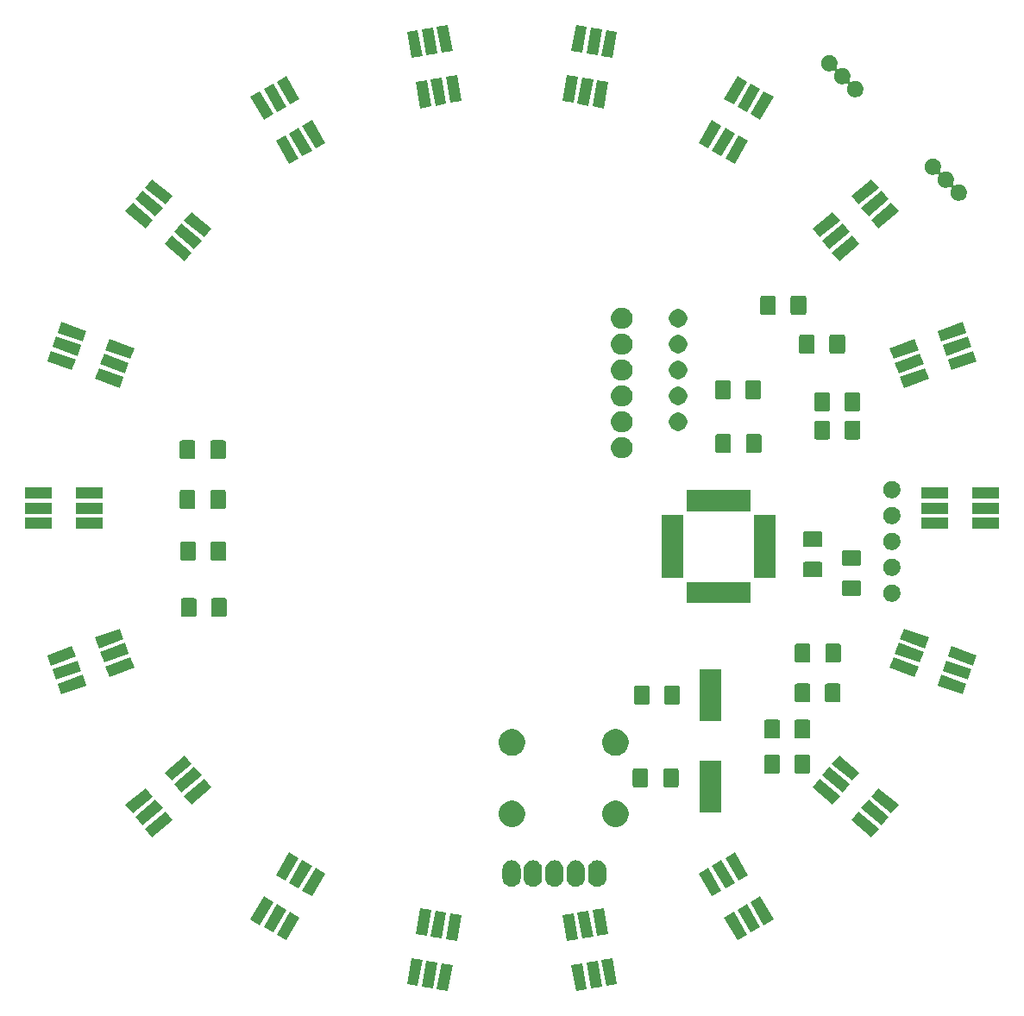
<source format=gts>
G04 #@! TF.GenerationSoftware,KiCad,Pcbnew,5.0.2+dfsg1-1*
G04 #@! TF.CreationDate,2020-09-22T14:15:05+02:00*
G04 #@! TF.ProjectId,bal,62616c2e-6b69-4636-9164-5f7063625858,rev?*
G04 #@! TF.SameCoordinates,Original*
G04 #@! TF.FileFunction,Soldermask,Top*
G04 #@! TF.FilePolarity,Negative*
%FSLAX46Y46*%
G04 Gerber Fmt 4.6, Leading zero omitted, Abs format (unit mm)*
G04 Created by KiCad (PCBNEW 5.0.2+dfsg1-1) date Tue 22 Sep 2020 02:15:05 PM CEST*
%MOMM*%
%LPD*%
G01*
G04 APERTURE LIST*
%ADD10C,0.100000*%
G04 APERTURE END LIST*
D10*
G36*
X124171636Y-149866937D02*
X123719804Y-152429407D01*
X122634546Y-152238047D01*
X123086378Y-149675577D01*
X124171636Y-149866937D01*
X124171636Y-149866937D01*
G37*
G36*
X137365454Y-152238047D02*
X136280196Y-152429407D01*
X135828364Y-149866937D01*
X136913622Y-149675577D01*
X137365454Y-152238047D01*
X137365454Y-152238047D01*
G37*
G36*
X122694425Y-149606464D02*
X122242593Y-152168934D01*
X121157335Y-151977574D01*
X121609167Y-149415104D01*
X122694425Y-149606464D01*
X122694425Y-149606464D01*
G37*
G36*
X138842665Y-151977574D02*
X137757407Y-152168934D01*
X137305575Y-149606464D01*
X138390833Y-149415104D01*
X138842665Y-151977574D01*
X138842665Y-151977574D01*
G37*
G36*
X121217213Y-149345992D02*
X120765381Y-151908462D01*
X119680123Y-151717102D01*
X120131955Y-149154632D01*
X121217213Y-149345992D01*
X121217213Y-149345992D01*
G37*
G36*
X140319877Y-151717102D02*
X139234619Y-151908462D01*
X138782787Y-149345992D01*
X139868045Y-149154632D01*
X140319877Y-151717102D01*
X140319877Y-151717102D01*
G37*
G36*
X125039877Y-144942898D02*
X124588045Y-147505368D01*
X123502787Y-147314008D01*
X123954619Y-144751538D01*
X125039877Y-144942898D01*
X125039877Y-144942898D01*
G37*
G36*
X136497213Y-147314008D02*
X135411955Y-147505368D01*
X134960123Y-144942898D01*
X136045381Y-144751538D01*
X136497213Y-147314008D01*
X136497213Y-147314008D01*
G37*
G36*
X153078642Y-146876263D02*
X152124282Y-147427263D01*
X150823282Y-145173865D01*
X151777642Y-144622865D01*
X153078642Y-146876263D01*
X153078642Y-146876263D01*
G37*
G36*
X109176718Y-145173865D02*
X107875718Y-147427263D01*
X106921358Y-146876263D01*
X108222358Y-144622865D01*
X109176718Y-145173865D01*
X109176718Y-145173865D01*
G37*
G36*
X137974425Y-147053536D02*
X136889167Y-147244896D01*
X136437335Y-144682426D01*
X137522593Y-144491066D01*
X137974425Y-147053536D01*
X137974425Y-147053536D01*
G37*
G36*
X123562665Y-144682426D02*
X123110833Y-147244896D01*
X122025575Y-147053536D01*
X122477407Y-144491066D01*
X123562665Y-144682426D01*
X123562665Y-144682426D01*
G37*
G36*
X122085454Y-144421953D02*
X121633622Y-146984423D01*
X120548364Y-146793063D01*
X121000196Y-144230593D01*
X122085454Y-144421953D01*
X122085454Y-144421953D01*
G37*
G36*
X139451636Y-146793063D02*
X138366378Y-146984423D01*
X137914546Y-144421953D01*
X138999804Y-144230593D01*
X139451636Y-146793063D01*
X139451636Y-146793063D01*
G37*
G36*
X107877680Y-144423865D02*
X106576680Y-146677263D01*
X105622320Y-146126263D01*
X106923320Y-143872865D01*
X107877680Y-144423865D01*
X107877680Y-144423865D01*
G37*
G36*
X154377680Y-146126263D02*
X153423320Y-146677263D01*
X152122320Y-144423865D01*
X153076680Y-143872865D01*
X154377680Y-146126263D01*
X154377680Y-146126263D01*
G37*
G36*
X155676718Y-145376263D02*
X154722358Y-145927263D01*
X153421358Y-143673865D01*
X154375718Y-143122865D01*
X155676718Y-145376263D01*
X155676718Y-145376263D01*
G37*
G36*
X106578642Y-143673865D02*
X105277642Y-145927263D01*
X104323282Y-145376263D01*
X105624282Y-143122865D01*
X106578642Y-143673865D01*
X106578642Y-143673865D01*
G37*
G36*
X111676718Y-140843737D02*
X110375718Y-143097135D01*
X109421358Y-142546135D01*
X110722358Y-140292737D01*
X111676718Y-140843737D01*
X111676718Y-140843737D01*
G37*
G36*
X150578642Y-142546135D02*
X149624282Y-143097135D01*
X148323282Y-140843737D01*
X149277642Y-140292737D01*
X150578642Y-142546135D01*
X150578642Y-142546135D01*
G37*
G36*
X110377680Y-140093737D02*
X109076680Y-142347135D01*
X108122320Y-141796135D01*
X109423320Y-139542737D01*
X110377680Y-140093737D01*
X110377680Y-140093737D01*
G37*
G36*
X151877680Y-141796135D02*
X150923320Y-142347135D01*
X149622320Y-140093737D01*
X150576680Y-139542737D01*
X151877680Y-141796135D01*
X151877680Y-141796135D01*
G37*
G36*
X136439426Y-139580437D02*
X136552652Y-139614784D01*
X136609266Y-139631957D01*
X136765789Y-139715621D01*
X136902986Y-139828214D01*
X136986248Y-139929671D01*
X137015578Y-139965409D01*
X137015579Y-139965411D01*
X137099243Y-140121933D01*
X137116416Y-140178547D01*
X137150763Y-140291773D01*
X137163800Y-140424142D01*
X137163800Y-141312658D01*
X137150763Y-141445027D01*
X137112123Y-141572406D01*
X137099243Y-141614867D01*
X137025148Y-141753487D01*
X137015578Y-141771391D01*
X136995271Y-141796135D01*
X136902986Y-141908586D01*
X136801529Y-141991848D01*
X136765791Y-142021178D01*
X136765789Y-142021179D01*
X136609267Y-142104843D01*
X136552653Y-142122016D01*
X136439427Y-142156363D01*
X136262800Y-142173759D01*
X136086174Y-142156363D01*
X135972948Y-142122016D01*
X135916334Y-142104843D01*
X135759812Y-142021179D01*
X135759810Y-142021178D01*
X135724072Y-141991848D01*
X135622615Y-141908586D01*
X135530330Y-141796135D01*
X135510023Y-141771391D01*
X135500453Y-141753487D01*
X135426358Y-141614867D01*
X135409185Y-141558253D01*
X135374838Y-141445027D01*
X135361800Y-141312658D01*
X135361800Y-140424143D01*
X135374837Y-140291774D01*
X135426357Y-140121935D01*
X135426357Y-140121934D01*
X135510021Y-139965411D01*
X135622614Y-139828214D01*
X135724071Y-139744952D01*
X135759809Y-139715622D01*
X135777713Y-139706052D01*
X135916333Y-139631957D01*
X135972947Y-139614784D01*
X136086173Y-139580437D01*
X136262800Y-139563041D01*
X136439426Y-139580437D01*
X136439426Y-139580437D01*
G37*
G36*
X134339426Y-139580437D02*
X134452652Y-139614784D01*
X134509266Y-139631957D01*
X134665789Y-139715621D01*
X134802986Y-139828214D01*
X134886248Y-139929671D01*
X134915578Y-139965409D01*
X134915579Y-139965411D01*
X134999243Y-140121933D01*
X135016416Y-140178547D01*
X135050763Y-140291773D01*
X135063800Y-140424142D01*
X135063800Y-141312658D01*
X135050763Y-141445027D01*
X135012123Y-141572406D01*
X134999243Y-141614867D01*
X134925148Y-141753487D01*
X134915578Y-141771391D01*
X134895271Y-141796135D01*
X134802986Y-141908586D01*
X134701529Y-141991848D01*
X134665791Y-142021178D01*
X134665789Y-142021179D01*
X134509267Y-142104843D01*
X134452653Y-142122016D01*
X134339427Y-142156363D01*
X134162800Y-142173759D01*
X133986174Y-142156363D01*
X133872948Y-142122016D01*
X133816334Y-142104843D01*
X133659812Y-142021179D01*
X133659810Y-142021178D01*
X133624072Y-141991848D01*
X133522615Y-141908586D01*
X133430330Y-141796135D01*
X133410023Y-141771391D01*
X133400453Y-141753487D01*
X133326358Y-141614867D01*
X133309185Y-141558253D01*
X133274838Y-141445027D01*
X133261800Y-141312658D01*
X133261800Y-140424143D01*
X133274837Y-140291774D01*
X133326357Y-140121935D01*
X133326357Y-140121934D01*
X133410021Y-139965411D01*
X133522614Y-139828214D01*
X133624071Y-139744952D01*
X133659809Y-139715622D01*
X133677713Y-139706052D01*
X133816333Y-139631957D01*
X133872947Y-139614784D01*
X133986173Y-139580437D01*
X134162800Y-139563041D01*
X134339426Y-139580437D01*
X134339426Y-139580437D01*
G37*
G36*
X130139426Y-139580437D02*
X130252652Y-139614784D01*
X130309266Y-139631957D01*
X130465789Y-139715621D01*
X130602986Y-139828214D01*
X130686248Y-139929671D01*
X130715578Y-139965409D01*
X130715579Y-139965411D01*
X130799243Y-140121933D01*
X130816416Y-140178547D01*
X130850763Y-140291773D01*
X130863800Y-140424142D01*
X130863800Y-141312658D01*
X130850763Y-141445027D01*
X130812123Y-141572406D01*
X130799243Y-141614867D01*
X130725148Y-141753487D01*
X130715578Y-141771391D01*
X130695271Y-141796135D01*
X130602986Y-141908586D01*
X130501529Y-141991848D01*
X130465791Y-142021178D01*
X130465789Y-142021179D01*
X130309267Y-142104843D01*
X130252653Y-142122016D01*
X130139427Y-142156363D01*
X129962800Y-142173759D01*
X129786174Y-142156363D01*
X129672948Y-142122016D01*
X129616334Y-142104843D01*
X129459812Y-142021179D01*
X129459810Y-142021178D01*
X129424072Y-141991848D01*
X129322615Y-141908586D01*
X129230330Y-141796135D01*
X129210023Y-141771391D01*
X129200453Y-141753487D01*
X129126358Y-141614867D01*
X129109185Y-141558253D01*
X129074838Y-141445027D01*
X129061800Y-141312658D01*
X129061800Y-140424143D01*
X129074837Y-140291774D01*
X129126357Y-140121935D01*
X129126357Y-140121934D01*
X129210021Y-139965411D01*
X129322614Y-139828214D01*
X129424071Y-139744952D01*
X129459809Y-139715622D01*
X129477713Y-139706052D01*
X129616333Y-139631957D01*
X129672947Y-139614784D01*
X129786173Y-139580437D01*
X129962800Y-139563041D01*
X130139426Y-139580437D01*
X130139426Y-139580437D01*
G37*
G36*
X138539426Y-139580437D02*
X138652652Y-139614784D01*
X138709266Y-139631957D01*
X138865789Y-139715621D01*
X139002986Y-139828214D01*
X139086248Y-139929671D01*
X139115578Y-139965409D01*
X139115579Y-139965411D01*
X139199243Y-140121933D01*
X139216416Y-140178547D01*
X139250763Y-140291773D01*
X139263800Y-140424142D01*
X139263800Y-141312658D01*
X139250763Y-141445027D01*
X139212123Y-141572406D01*
X139199243Y-141614867D01*
X139125148Y-141753487D01*
X139115578Y-141771391D01*
X139095271Y-141796135D01*
X139002986Y-141908586D01*
X138901529Y-141991848D01*
X138865791Y-142021178D01*
X138865789Y-142021179D01*
X138709267Y-142104843D01*
X138652653Y-142122016D01*
X138539427Y-142156363D01*
X138362800Y-142173759D01*
X138186174Y-142156363D01*
X138072948Y-142122016D01*
X138016334Y-142104843D01*
X137859812Y-142021179D01*
X137859810Y-142021178D01*
X137824072Y-141991848D01*
X137722615Y-141908586D01*
X137630330Y-141796135D01*
X137610023Y-141771391D01*
X137600453Y-141753487D01*
X137526358Y-141614867D01*
X137509185Y-141558253D01*
X137474838Y-141445027D01*
X137461800Y-141312658D01*
X137461800Y-140424143D01*
X137474837Y-140291774D01*
X137526357Y-140121935D01*
X137526357Y-140121934D01*
X137610021Y-139965411D01*
X137722614Y-139828214D01*
X137824071Y-139744952D01*
X137859809Y-139715622D01*
X137877713Y-139706052D01*
X138016333Y-139631957D01*
X138072947Y-139614784D01*
X138186173Y-139580437D01*
X138362800Y-139563041D01*
X138539426Y-139580437D01*
X138539426Y-139580437D01*
G37*
G36*
X132239426Y-139580437D02*
X132352652Y-139614784D01*
X132409266Y-139631957D01*
X132565789Y-139715621D01*
X132702986Y-139828214D01*
X132786248Y-139929671D01*
X132815578Y-139965409D01*
X132815579Y-139965411D01*
X132899243Y-140121933D01*
X132916416Y-140178547D01*
X132950763Y-140291773D01*
X132963800Y-140424142D01*
X132963800Y-141312658D01*
X132950763Y-141445027D01*
X132912123Y-141572406D01*
X132899243Y-141614867D01*
X132825148Y-141753487D01*
X132815578Y-141771391D01*
X132795271Y-141796135D01*
X132702986Y-141908586D01*
X132601529Y-141991848D01*
X132565791Y-142021178D01*
X132565789Y-142021179D01*
X132409267Y-142104843D01*
X132352653Y-142122016D01*
X132239427Y-142156363D01*
X132062800Y-142173759D01*
X131886174Y-142156363D01*
X131772948Y-142122016D01*
X131716334Y-142104843D01*
X131559812Y-142021179D01*
X131559810Y-142021178D01*
X131524072Y-141991848D01*
X131422615Y-141908586D01*
X131330330Y-141796135D01*
X131310023Y-141771391D01*
X131300453Y-141753487D01*
X131226358Y-141614867D01*
X131209185Y-141558253D01*
X131174838Y-141445027D01*
X131161800Y-141312658D01*
X131161800Y-140424143D01*
X131174837Y-140291774D01*
X131226357Y-140121935D01*
X131226357Y-140121934D01*
X131310021Y-139965411D01*
X131422614Y-139828214D01*
X131524071Y-139744952D01*
X131559809Y-139715622D01*
X131577713Y-139706052D01*
X131716333Y-139631957D01*
X131772947Y-139614784D01*
X131886173Y-139580437D01*
X132062800Y-139563041D01*
X132239426Y-139580437D01*
X132239426Y-139580437D01*
G37*
G36*
X109078642Y-139343737D02*
X107777642Y-141597135D01*
X106823282Y-141046135D01*
X108124282Y-138792737D01*
X109078642Y-139343737D01*
X109078642Y-139343737D01*
G37*
G36*
X153176718Y-141046135D02*
X152222358Y-141597135D01*
X150921358Y-139343737D01*
X151875718Y-138792737D01*
X153176718Y-141046135D01*
X153176718Y-141046135D01*
G37*
G36*
X166011730Y-136450212D02*
X165303378Y-137294393D01*
X163310130Y-135621860D01*
X164018482Y-134777679D01*
X166011730Y-136450212D01*
X166011730Y-136450212D01*
G37*
G36*
X96689870Y-135621860D02*
X94696622Y-137294393D01*
X93988270Y-136450212D01*
X95981518Y-134777679D01*
X96689870Y-135621860D01*
X96689870Y-135621860D01*
G37*
G36*
X130379485Y-133748996D02*
X130379487Y-133748997D01*
X130379488Y-133748997D01*
X130616255Y-133847069D01*
X130829342Y-133989449D01*
X131010551Y-134170658D01*
X131152931Y-134383745D01*
X131251004Y-134620515D01*
X131301000Y-134871861D01*
X131301000Y-135128139D01*
X131251004Y-135379485D01*
X131152931Y-135616255D01*
X131010551Y-135829342D01*
X130829342Y-136010551D01*
X130829339Y-136010553D01*
X130616255Y-136152931D01*
X130379488Y-136251003D01*
X130379487Y-136251003D01*
X130379485Y-136251004D01*
X130128139Y-136301000D01*
X129871861Y-136301000D01*
X129620515Y-136251004D01*
X129620513Y-136251003D01*
X129620512Y-136251003D01*
X129383745Y-136152931D01*
X129170661Y-136010553D01*
X129170658Y-136010551D01*
X128989449Y-135829342D01*
X128847069Y-135616255D01*
X128748996Y-135379485D01*
X128699000Y-135128139D01*
X128699000Y-134871861D01*
X128748996Y-134620515D01*
X128847069Y-134383745D01*
X128989449Y-134170658D01*
X129170658Y-133989449D01*
X129383745Y-133847069D01*
X129620512Y-133748997D01*
X129620513Y-133748997D01*
X129620515Y-133748996D01*
X129871861Y-133699000D01*
X130128139Y-133699000D01*
X130379485Y-133748996D01*
X130379485Y-133748996D01*
G37*
G36*
X140539485Y-133748996D02*
X140539487Y-133748997D01*
X140539488Y-133748997D01*
X140776255Y-133847069D01*
X140989342Y-133989449D01*
X141170551Y-134170658D01*
X141312931Y-134383745D01*
X141411004Y-134620515D01*
X141461000Y-134871861D01*
X141461000Y-135128139D01*
X141411004Y-135379485D01*
X141312931Y-135616255D01*
X141170551Y-135829342D01*
X140989342Y-136010551D01*
X140989339Y-136010553D01*
X140776255Y-136152931D01*
X140539488Y-136251003D01*
X140539487Y-136251003D01*
X140539485Y-136251004D01*
X140288139Y-136301000D01*
X140031861Y-136301000D01*
X139780515Y-136251004D01*
X139780513Y-136251003D01*
X139780512Y-136251003D01*
X139543745Y-136152931D01*
X139330661Y-136010553D01*
X139330658Y-136010551D01*
X139149449Y-135829342D01*
X139007069Y-135616255D01*
X138908996Y-135379485D01*
X138859000Y-135128139D01*
X138859000Y-134871861D01*
X138908996Y-134620515D01*
X139007069Y-134383745D01*
X139149449Y-134170658D01*
X139330658Y-133989449D01*
X139543745Y-133847069D01*
X139780512Y-133748997D01*
X139780513Y-133748997D01*
X139780515Y-133748996D01*
X140031861Y-133699000D01*
X140288139Y-133699000D01*
X140539485Y-133748996D01*
X140539485Y-133748996D01*
G37*
G36*
X166975911Y-135301145D02*
X166267559Y-136145326D01*
X164274311Y-134472793D01*
X164982663Y-133628612D01*
X166975911Y-135301145D01*
X166975911Y-135301145D01*
G37*
G36*
X95725689Y-134472793D02*
X93732441Y-136145326D01*
X93024089Y-135301145D01*
X95017337Y-133628612D01*
X95725689Y-134472793D01*
X95725689Y-134472793D01*
G37*
G36*
X167940093Y-134152078D02*
X167231741Y-134996259D01*
X165238493Y-133323726D01*
X165946845Y-132479545D01*
X167940093Y-134152078D01*
X167940093Y-134152078D01*
G37*
G36*
X94761507Y-133323726D02*
X92768259Y-134996259D01*
X92059907Y-134152078D01*
X94053155Y-132479545D01*
X94761507Y-133323726D01*
X94761507Y-133323726D01*
G37*
G36*
X150555400Y-134893400D02*
X148453400Y-134893400D01*
X148453400Y-129791400D01*
X150555400Y-129791400D01*
X150555400Y-134893400D01*
X150555400Y-134893400D01*
G37*
G36*
X162181507Y-133236274D02*
X161473155Y-134080455D01*
X159479907Y-132407922D01*
X160188259Y-131563741D01*
X162181507Y-133236274D01*
X162181507Y-133236274D01*
G37*
G36*
X100520093Y-132407922D02*
X98526845Y-134080455D01*
X97818493Y-133236274D01*
X99811741Y-131563741D01*
X100520093Y-132407922D01*
X100520093Y-132407922D01*
G37*
G36*
X163145689Y-132087207D02*
X162437337Y-132931388D01*
X160444089Y-131258855D01*
X161152441Y-130414674D01*
X163145689Y-132087207D01*
X163145689Y-132087207D01*
G37*
G36*
X99555911Y-131258855D02*
X97562663Y-132931388D01*
X96854311Y-132087207D01*
X98847559Y-130414674D01*
X99555911Y-131258855D01*
X99555911Y-131258855D01*
G37*
G36*
X146205862Y-130548581D02*
X146240777Y-130559173D01*
X146272965Y-130576378D01*
X146301173Y-130599527D01*
X146324322Y-130627735D01*
X146341527Y-130659923D01*
X146352119Y-130694838D01*
X146356300Y-130737295D01*
X146356300Y-132203505D01*
X146352119Y-132245962D01*
X146341527Y-132280877D01*
X146324322Y-132313065D01*
X146301173Y-132341273D01*
X146272965Y-132364422D01*
X146240777Y-132381627D01*
X146205862Y-132392219D01*
X146163405Y-132396400D01*
X145022195Y-132396400D01*
X144979738Y-132392219D01*
X144944823Y-132381627D01*
X144912635Y-132364422D01*
X144884427Y-132341273D01*
X144861278Y-132313065D01*
X144844073Y-132280877D01*
X144833481Y-132245962D01*
X144829300Y-132203505D01*
X144829300Y-130737295D01*
X144833481Y-130694838D01*
X144844073Y-130659923D01*
X144861278Y-130627735D01*
X144884427Y-130599527D01*
X144912635Y-130576378D01*
X144944823Y-130559173D01*
X144979738Y-130548581D01*
X145022195Y-130544400D01*
X146163405Y-130544400D01*
X146205862Y-130548581D01*
X146205862Y-130548581D01*
G37*
G36*
X143230862Y-130548581D02*
X143265777Y-130559173D01*
X143297965Y-130576378D01*
X143326173Y-130599527D01*
X143349322Y-130627735D01*
X143366527Y-130659923D01*
X143377119Y-130694838D01*
X143381300Y-130737295D01*
X143381300Y-132203505D01*
X143377119Y-132245962D01*
X143366527Y-132280877D01*
X143349322Y-132313065D01*
X143326173Y-132341273D01*
X143297965Y-132364422D01*
X143265777Y-132381627D01*
X143230862Y-132392219D01*
X143188405Y-132396400D01*
X142047195Y-132396400D01*
X142004738Y-132392219D01*
X141969823Y-132381627D01*
X141937635Y-132364422D01*
X141909427Y-132341273D01*
X141886278Y-132313065D01*
X141869073Y-132280877D01*
X141858481Y-132245962D01*
X141854300Y-132203505D01*
X141854300Y-130737295D01*
X141858481Y-130694838D01*
X141869073Y-130659923D01*
X141886278Y-130627735D01*
X141909427Y-130599527D01*
X141937635Y-130576378D01*
X141969823Y-130559173D01*
X142004738Y-130548581D01*
X142047195Y-130544400D01*
X143188405Y-130544400D01*
X143230862Y-130548581D01*
X143230862Y-130548581D01*
G37*
G36*
X164109870Y-130938140D02*
X163401518Y-131782321D01*
X161408270Y-130109788D01*
X162116622Y-129265607D01*
X164109870Y-130938140D01*
X164109870Y-130938140D01*
G37*
G36*
X98591730Y-130109788D02*
X96598482Y-131782321D01*
X95890130Y-130938140D01*
X97883378Y-129265607D01*
X98591730Y-130109788D01*
X98591730Y-130109788D01*
G37*
G36*
X159109062Y-129227781D02*
X159143977Y-129238373D01*
X159176165Y-129255578D01*
X159204373Y-129278727D01*
X159227522Y-129306935D01*
X159244727Y-129339123D01*
X159255319Y-129374038D01*
X159259500Y-129416495D01*
X159259500Y-130882705D01*
X159255319Y-130925162D01*
X159244727Y-130960077D01*
X159227522Y-130992265D01*
X159204373Y-131020473D01*
X159176165Y-131043622D01*
X159143977Y-131060827D01*
X159109062Y-131071419D01*
X159066605Y-131075600D01*
X157925395Y-131075600D01*
X157882938Y-131071419D01*
X157848023Y-131060827D01*
X157815835Y-131043622D01*
X157787627Y-131020473D01*
X157764478Y-130992265D01*
X157747273Y-130960077D01*
X157736681Y-130925162D01*
X157732500Y-130882705D01*
X157732500Y-129416495D01*
X157736681Y-129374038D01*
X157747273Y-129339123D01*
X157764478Y-129306935D01*
X157787627Y-129278727D01*
X157815835Y-129255578D01*
X157848023Y-129238373D01*
X157882938Y-129227781D01*
X157925395Y-129223600D01*
X159066605Y-129223600D01*
X159109062Y-129227781D01*
X159109062Y-129227781D01*
G37*
G36*
X156134062Y-129227781D02*
X156168977Y-129238373D01*
X156201165Y-129255578D01*
X156229373Y-129278727D01*
X156252522Y-129306935D01*
X156269727Y-129339123D01*
X156280319Y-129374038D01*
X156284500Y-129416495D01*
X156284500Y-130882705D01*
X156280319Y-130925162D01*
X156269727Y-130960077D01*
X156252522Y-130992265D01*
X156229373Y-131020473D01*
X156201165Y-131043622D01*
X156168977Y-131060827D01*
X156134062Y-131071419D01*
X156091605Y-131075600D01*
X154950395Y-131075600D01*
X154907938Y-131071419D01*
X154873023Y-131060827D01*
X154840835Y-131043622D01*
X154812627Y-131020473D01*
X154789478Y-130992265D01*
X154772273Y-130960077D01*
X154761681Y-130925162D01*
X154757500Y-130882705D01*
X154757500Y-129416495D01*
X154761681Y-129374038D01*
X154772273Y-129339123D01*
X154789478Y-129306935D01*
X154812627Y-129278727D01*
X154840835Y-129255578D01*
X154873023Y-129238373D01*
X154907938Y-129227781D01*
X154950395Y-129223600D01*
X156091605Y-129223600D01*
X156134062Y-129227781D01*
X156134062Y-129227781D01*
G37*
G36*
X130379485Y-126748996D02*
X130379487Y-126748997D01*
X130379488Y-126748997D01*
X130616255Y-126847069D01*
X130829342Y-126989449D01*
X131010551Y-127170658D01*
X131010553Y-127170661D01*
X131152931Y-127383745D01*
X131249156Y-127616052D01*
X131251004Y-127620515D01*
X131301000Y-127871861D01*
X131301000Y-128128139D01*
X131251004Y-128379485D01*
X131152931Y-128616255D01*
X131010551Y-128829342D01*
X130829342Y-129010551D01*
X130829339Y-129010553D01*
X130616255Y-129152931D01*
X130379488Y-129251003D01*
X130379487Y-129251003D01*
X130379485Y-129251004D01*
X130128139Y-129301000D01*
X129871861Y-129301000D01*
X129620515Y-129251004D01*
X129620513Y-129251003D01*
X129620512Y-129251003D01*
X129383745Y-129152931D01*
X129170661Y-129010553D01*
X129170658Y-129010551D01*
X128989449Y-128829342D01*
X128847069Y-128616255D01*
X128748996Y-128379485D01*
X128699000Y-128128139D01*
X128699000Y-127871861D01*
X128748996Y-127620515D01*
X128750845Y-127616052D01*
X128847069Y-127383745D01*
X128989447Y-127170661D01*
X128989449Y-127170658D01*
X129170658Y-126989449D01*
X129383745Y-126847069D01*
X129620512Y-126748997D01*
X129620513Y-126748997D01*
X129620515Y-126748996D01*
X129871861Y-126699000D01*
X130128139Y-126699000D01*
X130379485Y-126748996D01*
X130379485Y-126748996D01*
G37*
G36*
X140539485Y-126748996D02*
X140539487Y-126748997D01*
X140539488Y-126748997D01*
X140776255Y-126847069D01*
X140989342Y-126989449D01*
X141170551Y-127170658D01*
X141170553Y-127170661D01*
X141312931Y-127383745D01*
X141409156Y-127616052D01*
X141411004Y-127620515D01*
X141461000Y-127871861D01*
X141461000Y-128128139D01*
X141411004Y-128379485D01*
X141312931Y-128616255D01*
X141170551Y-128829342D01*
X140989342Y-129010551D01*
X140989339Y-129010553D01*
X140776255Y-129152931D01*
X140539488Y-129251003D01*
X140539487Y-129251003D01*
X140539485Y-129251004D01*
X140288139Y-129301000D01*
X140031861Y-129301000D01*
X139780515Y-129251004D01*
X139780513Y-129251003D01*
X139780512Y-129251003D01*
X139543745Y-129152931D01*
X139330661Y-129010553D01*
X139330658Y-129010551D01*
X139149449Y-128829342D01*
X139007069Y-128616255D01*
X138908996Y-128379485D01*
X138859000Y-128128139D01*
X138859000Y-127871861D01*
X138908996Y-127620515D01*
X138910845Y-127616052D01*
X139007069Y-127383745D01*
X139149447Y-127170661D01*
X139149449Y-127170658D01*
X139330658Y-126989449D01*
X139543745Y-126847069D01*
X139780512Y-126748997D01*
X139780513Y-126748997D01*
X139780515Y-126748996D01*
X140031861Y-126699000D01*
X140288139Y-126699000D01*
X140539485Y-126748996D01*
X140539485Y-126748996D01*
G37*
G36*
X159109062Y-125773381D02*
X159143977Y-125783973D01*
X159176165Y-125801178D01*
X159204373Y-125824327D01*
X159227522Y-125852535D01*
X159244727Y-125884723D01*
X159255319Y-125919638D01*
X159259500Y-125962095D01*
X159259500Y-127428305D01*
X159255319Y-127470762D01*
X159244727Y-127505677D01*
X159227522Y-127537865D01*
X159204373Y-127566073D01*
X159176165Y-127589222D01*
X159143977Y-127606427D01*
X159109062Y-127617019D01*
X159066605Y-127621200D01*
X157925395Y-127621200D01*
X157882938Y-127617019D01*
X157848023Y-127606427D01*
X157815835Y-127589222D01*
X157787627Y-127566073D01*
X157764478Y-127537865D01*
X157747273Y-127505677D01*
X157736681Y-127470762D01*
X157732500Y-127428305D01*
X157732500Y-125962095D01*
X157736681Y-125919638D01*
X157747273Y-125884723D01*
X157764478Y-125852535D01*
X157787627Y-125824327D01*
X157815835Y-125801178D01*
X157848023Y-125783973D01*
X157882938Y-125773381D01*
X157925395Y-125769200D01*
X159066605Y-125769200D01*
X159109062Y-125773381D01*
X159109062Y-125773381D01*
G37*
G36*
X156134062Y-125773381D02*
X156168977Y-125783973D01*
X156201165Y-125801178D01*
X156229373Y-125824327D01*
X156252522Y-125852535D01*
X156269727Y-125884723D01*
X156280319Y-125919638D01*
X156284500Y-125962095D01*
X156284500Y-127428305D01*
X156280319Y-127470762D01*
X156269727Y-127505677D01*
X156252522Y-127537865D01*
X156229373Y-127566073D01*
X156201165Y-127589222D01*
X156168977Y-127606427D01*
X156134062Y-127617019D01*
X156091605Y-127621200D01*
X154950395Y-127621200D01*
X154907938Y-127617019D01*
X154873023Y-127606427D01*
X154840835Y-127589222D01*
X154812627Y-127566073D01*
X154789478Y-127537865D01*
X154772273Y-127505677D01*
X154761681Y-127470762D01*
X154757500Y-127428305D01*
X154757500Y-125962095D01*
X154761681Y-125919638D01*
X154772273Y-125884723D01*
X154789478Y-125852535D01*
X154812627Y-125824327D01*
X154840835Y-125801178D01*
X154873023Y-125783973D01*
X154907938Y-125773381D01*
X154950395Y-125769200D01*
X156091605Y-125769200D01*
X156134062Y-125773381D01*
X156134062Y-125773381D01*
G37*
G36*
X150555400Y-125893400D02*
X148453400Y-125893400D01*
X148453400Y-120791400D01*
X150555400Y-120791400D01*
X150555400Y-125893400D01*
X150555400Y-125893400D01*
G37*
G36*
X143332462Y-122420581D02*
X143367377Y-122431173D01*
X143399565Y-122448378D01*
X143427773Y-122471527D01*
X143450922Y-122499735D01*
X143468127Y-122531923D01*
X143478719Y-122566838D01*
X143482900Y-122609295D01*
X143482900Y-124075505D01*
X143478719Y-124117962D01*
X143468127Y-124152877D01*
X143450922Y-124185065D01*
X143427773Y-124213273D01*
X143399565Y-124236422D01*
X143367377Y-124253627D01*
X143332462Y-124264219D01*
X143290005Y-124268400D01*
X142148795Y-124268400D01*
X142106338Y-124264219D01*
X142071423Y-124253627D01*
X142039235Y-124236422D01*
X142011027Y-124213273D01*
X141987878Y-124185065D01*
X141970673Y-124152877D01*
X141960081Y-124117962D01*
X141955900Y-124075505D01*
X141955900Y-122609295D01*
X141960081Y-122566838D01*
X141970673Y-122531923D01*
X141987878Y-122499735D01*
X142011027Y-122471527D01*
X142039235Y-122448378D01*
X142071423Y-122431173D01*
X142106338Y-122420581D01*
X142148795Y-122416400D01*
X143290005Y-122416400D01*
X143332462Y-122420581D01*
X143332462Y-122420581D01*
G37*
G36*
X146307462Y-122420581D02*
X146342377Y-122431173D01*
X146374565Y-122448378D01*
X146402773Y-122471527D01*
X146425922Y-122499735D01*
X146443127Y-122531923D01*
X146453719Y-122566838D01*
X146457900Y-122609295D01*
X146457900Y-124075505D01*
X146453719Y-124117962D01*
X146443127Y-124152877D01*
X146425922Y-124185065D01*
X146402773Y-124213273D01*
X146374565Y-124236422D01*
X146342377Y-124253627D01*
X146307462Y-124264219D01*
X146265005Y-124268400D01*
X145123795Y-124268400D01*
X145081338Y-124264219D01*
X145046423Y-124253627D01*
X145014235Y-124236422D01*
X144986027Y-124213273D01*
X144962878Y-124185065D01*
X144945673Y-124152877D01*
X144935081Y-124117962D01*
X144930900Y-124075505D01*
X144930900Y-122609295D01*
X144935081Y-122566838D01*
X144945673Y-122531923D01*
X144962878Y-122499735D01*
X144986027Y-122471527D01*
X145014235Y-122448378D01*
X145046423Y-122431173D01*
X145081338Y-122420581D01*
X145123795Y-122416400D01*
X146265005Y-122416400D01*
X146307462Y-122420581D01*
X146307462Y-122420581D01*
G37*
G36*
X162106262Y-122217381D02*
X162141177Y-122227973D01*
X162173365Y-122245178D01*
X162201573Y-122268327D01*
X162224722Y-122296535D01*
X162241927Y-122328723D01*
X162252519Y-122363638D01*
X162256700Y-122406095D01*
X162256700Y-123872305D01*
X162252519Y-123914762D01*
X162241927Y-123949677D01*
X162224722Y-123981865D01*
X162201573Y-124010073D01*
X162173365Y-124033222D01*
X162141177Y-124050427D01*
X162106262Y-124061019D01*
X162063805Y-124065200D01*
X160922595Y-124065200D01*
X160880138Y-124061019D01*
X160845223Y-124050427D01*
X160813035Y-124033222D01*
X160784827Y-124010073D01*
X160761678Y-123981865D01*
X160744473Y-123949677D01*
X160733881Y-123914762D01*
X160729700Y-123872305D01*
X160729700Y-122406095D01*
X160733881Y-122363638D01*
X160744473Y-122328723D01*
X160761678Y-122296535D01*
X160784827Y-122268327D01*
X160813035Y-122245178D01*
X160845223Y-122227973D01*
X160880138Y-122217381D01*
X160922595Y-122213200D01*
X162063805Y-122213200D01*
X162106262Y-122217381D01*
X162106262Y-122217381D01*
G37*
G36*
X159131262Y-122217381D02*
X159166177Y-122227973D01*
X159198365Y-122245178D01*
X159226573Y-122268327D01*
X159249722Y-122296535D01*
X159266927Y-122328723D01*
X159277519Y-122363638D01*
X159281700Y-122406095D01*
X159281700Y-123872305D01*
X159277519Y-123914762D01*
X159266927Y-123949677D01*
X159249722Y-123981865D01*
X159226573Y-124010073D01*
X159198365Y-124033222D01*
X159166177Y-124050427D01*
X159131262Y-124061019D01*
X159088805Y-124065200D01*
X157947595Y-124065200D01*
X157905138Y-124061019D01*
X157870223Y-124050427D01*
X157838035Y-124033222D01*
X157809827Y-124010073D01*
X157786678Y-123981865D01*
X157769473Y-123949677D01*
X157758881Y-123914762D01*
X157754700Y-123872305D01*
X157754700Y-122406095D01*
X157758881Y-122363638D01*
X157769473Y-122328723D01*
X157786678Y-122296535D01*
X157809827Y-122268327D01*
X157838035Y-122245178D01*
X157870223Y-122227973D01*
X157905138Y-122217381D01*
X157947595Y-122213200D01*
X159088805Y-122213200D01*
X159131262Y-122217381D01*
X159131262Y-122217381D01*
G37*
G36*
X174597194Y-122241787D02*
X174220288Y-123277328D01*
X171775208Y-122387391D01*
X172152114Y-121351850D01*
X174597194Y-122241787D01*
X174597194Y-122241787D01*
G37*
G36*
X88224792Y-122387391D02*
X85779712Y-123277328D01*
X85402806Y-122241787D01*
X87847886Y-121351850D01*
X88224792Y-122387391D01*
X88224792Y-122387391D01*
G37*
G36*
X175110225Y-120832248D02*
X174733319Y-121867789D01*
X172288239Y-120977852D01*
X172665145Y-119942311D01*
X175110225Y-120832248D01*
X175110225Y-120832248D01*
G37*
G36*
X87711761Y-120977852D02*
X85266681Y-121867789D01*
X84889775Y-120832248D01*
X87334855Y-119942311D01*
X87711761Y-120977852D01*
X87711761Y-120977852D01*
G37*
G36*
X169898731Y-120531687D02*
X169521825Y-121567228D01*
X167076745Y-120677291D01*
X167453651Y-119641750D01*
X169898731Y-120531687D01*
X169898731Y-120531687D01*
G37*
G36*
X92923255Y-120677291D02*
X90478175Y-121567228D01*
X90101269Y-120531687D01*
X92546349Y-119641750D01*
X92923255Y-120677291D01*
X92923255Y-120677291D01*
G37*
G36*
X87198731Y-119568313D02*
X84753651Y-120458250D01*
X84376745Y-119422709D01*
X86821825Y-118532772D01*
X87198731Y-119568313D01*
X87198731Y-119568313D01*
G37*
G36*
X175623255Y-119422709D02*
X175246349Y-120458250D01*
X172801269Y-119568313D01*
X173178175Y-118532772D01*
X175623255Y-119422709D01*
X175623255Y-119422709D01*
G37*
G36*
X92410225Y-119267752D02*
X89965145Y-120157689D01*
X89588239Y-119122148D01*
X92033319Y-118232211D01*
X92410225Y-119267752D01*
X92410225Y-119267752D01*
G37*
G36*
X170411761Y-119122148D02*
X170034855Y-120157689D01*
X167589775Y-119267752D01*
X167966681Y-118232211D01*
X170411761Y-119122148D01*
X170411761Y-119122148D01*
G37*
G36*
X159145562Y-118305781D02*
X159180477Y-118316373D01*
X159212665Y-118333578D01*
X159240873Y-118356727D01*
X159264022Y-118384935D01*
X159281227Y-118417123D01*
X159291819Y-118452038D01*
X159296000Y-118494495D01*
X159296000Y-119960705D01*
X159291819Y-120003162D01*
X159281227Y-120038077D01*
X159264022Y-120070265D01*
X159240873Y-120098473D01*
X159212665Y-120121622D01*
X159180477Y-120138827D01*
X159145562Y-120149419D01*
X159103105Y-120153600D01*
X157961895Y-120153600D01*
X157919438Y-120149419D01*
X157884523Y-120138827D01*
X157852335Y-120121622D01*
X157824127Y-120098473D01*
X157800978Y-120070265D01*
X157783773Y-120038077D01*
X157773181Y-120003162D01*
X157769000Y-119960705D01*
X157769000Y-118494495D01*
X157773181Y-118452038D01*
X157783773Y-118417123D01*
X157800978Y-118384935D01*
X157824127Y-118356727D01*
X157852335Y-118333578D01*
X157884523Y-118316373D01*
X157919438Y-118305781D01*
X157961895Y-118301600D01*
X159103105Y-118301600D01*
X159145562Y-118305781D01*
X159145562Y-118305781D01*
G37*
G36*
X162120562Y-118305781D02*
X162155477Y-118316373D01*
X162187665Y-118333578D01*
X162215873Y-118356727D01*
X162239022Y-118384935D01*
X162256227Y-118417123D01*
X162266819Y-118452038D01*
X162271000Y-118494495D01*
X162271000Y-119960705D01*
X162266819Y-120003162D01*
X162256227Y-120038077D01*
X162239022Y-120070265D01*
X162215873Y-120098473D01*
X162187665Y-120121622D01*
X162155477Y-120138827D01*
X162120562Y-120149419D01*
X162078105Y-120153600D01*
X160936895Y-120153600D01*
X160894438Y-120149419D01*
X160859523Y-120138827D01*
X160827335Y-120121622D01*
X160799127Y-120098473D01*
X160775978Y-120070265D01*
X160758773Y-120038077D01*
X160748181Y-120003162D01*
X160744000Y-119960705D01*
X160744000Y-118494495D01*
X160748181Y-118452038D01*
X160758773Y-118417123D01*
X160775978Y-118384935D01*
X160799127Y-118356727D01*
X160827335Y-118333578D01*
X160859523Y-118316373D01*
X160894438Y-118305781D01*
X160936895Y-118301600D01*
X162078105Y-118301600D01*
X162120562Y-118305781D01*
X162120562Y-118305781D01*
G37*
G36*
X91897194Y-117858213D02*
X89452114Y-118748150D01*
X89075208Y-117712609D01*
X91520288Y-116822672D01*
X91897194Y-117858213D01*
X91897194Y-117858213D01*
G37*
G36*
X170924792Y-117712609D02*
X170547886Y-118748150D01*
X168102806Y-117858213D01*
X168479712Y-116822672D01*
X170924792Y-117712609D01*
X170924792Y-117712609D01*
G37*
G36*
X98882462Y-113835381D02*
X98917377Y-113845973D01*
X98949565Y-113863178D01*
X98977773Y-113886327D01*
X99000922Y-113914535D01*
X99018127Y-113946723D01*
X99028719Y-113981638D01*
X99032900Y-114024095D01*
X99032900Y-115490305D01*
X99028719Y-115532762D01*
X99018127Y-115567677D01*
X99000922Y-115599865D01*
X98977773Y-115628073D01*
X98949565Y-115651222D01*
X98917377Y-115668427D01*
X98882462Y-115679019D01*
X98840005Y-115683200D01*
X97698795Y-115683200D01*
X97656338Y-115679019D01*
X97621423Y-115668427D01*
X97589235Y-115651222D01*
X97561027Y-115628073D01*
X97537878Y-115599865D01*
X97520673Y-115567677D01*
X97510081Y-115532762D01*
X97505900Y-115490305D01*
X97505900Y-114024095D01*
X97510081Y-113981638D01*
X97520673Y-113946723D01*
X97537878Y-113914535D01*
X97561027Y-113886327D01*
X97589235Y-113863178D01*
X97621423Y-113845973D01*
X97656338Y-113835381D01*
X97698795Y-113831200D01*
X98840005Y-113831200D01*
X98882462Y-113835381D01*
X98882462Y-113835381D01*
G37*
G36*
X101857462Y-113835381D02*
X101892377Y-113845973D01*
X101924565Y-113863178D01*
X101952773Y-113886327D01*
X101975922Y-113914535D01*
X101993127Y-113946723D01*
X102003719Y-113981638D01*
X102007900Y-114024095D01*
X102007900Y-115490305D01*
X102003719Y-115532762D01*
X101993127Y-115567677D01*
X101975922Y-115599865D01*
X101952773Y-115628073D01*
X101924565Y-115651222D01*
X101892377Y-115668427D01*
X101857462Y-115679019D01*
X101815005Y-115683200D01*
X100673795Y-115683200D01*
X100631338Y-115679019D01*
X100596423Y-115668427D01*
X100564235Y-115651222D01*
X100536027Y-115628073D01*
X100512878Y-115599865D01*
X100495673Y-115567677D01*
X100485081Y-115532762D01*
X100480900Y-115490305D01*
X100480900Y-114024095D01*
X100485081Y-113981638D01*
X100495673Y-113946723D01*
X100512878Y-113914535D01*
X100536027Y-113886327D01*
X100564235Y-113863178D01*
X100596423Y-113845973D01*
X100631338Y-113835381D01*
X100673795Y-113831200D01*
X101815005Y-113831200D01*
X101857462Y-113835381D01*
X101857462Y-113835381D01*
G37*
G36*
X153388600Y-114333000D02*
X147186600Y-114333000D01*
X147186600Y-112231000D01*
X153388600Y-112231000D01*
X153388600Y-114333000D01*
X153388600Y-114333000D01*
G37*
G36*
X167532628Y-112516503D02*
X167687500Y-112580653D01*
X167826881Y-112673785D01*
X167945415Y-112792319D01*
X168038547Y-112931700D01*
X168102697Y-113086572D01*
X168135400Y-113250984D01*
X168135400Y-113418616D01*
X168102697Y-113583028D01*
X168038547Y-113737900D01*
X167945415Y-113877281D01*
X167826881Y-113995815D01*
X167687500Y-114088947D01*
X167532628Y-114153097D01*
X167368216Y-114185800D01*
X167200584Y-114185800D01*
X167036172Y-114153097D01*
X166881300Y-114088947D01*
X166741919Y-113995815D01*
X166623385Y-113877281D01*
X166530253Y-113737900D01*
X166466103Y-113583028D01*
X166433400Y-113418616D01*
X166433400Y-113250984D01*
X166466103Y-113086572D01*
X166530253Y-112931700D01*
X166623385Y-112792319D01*
X166741919Y-112673785D01*
X166881300Y-112580653D01*
X167036172Y-112516503D01*
X167200584Y-112483800D01*
X167368216Y-112483800D01*
X167532628Y-112516503D01*
X167532628Y-112516503D01*
G37*
G36*
X164097562Y-112096081D02*
X164132477Y-112106673D01*
X164164665Y-112123878D01*
X164192873Y-112147027D01*
X164216022Y-112175235D01*
X164233227Y-112207423D01*
X164243819Y-112242338D01*
X164248000Y-112284795D01*
X164248000Y-113426005D01*
X164243819Y-113468462D01*
X164233227Y-113503377D01*
X164216022Y-113535565D01*
X164192873Y-113563773D01*
X164164665Y-113586922D01*
X164132477Y-113604127D01*
X164097562Y-113614719D01*
X164055105Y-113618900D01*
X162588895Y-113618900D01*
X162546438Y-113614719D01*
X162511523Y-113604127D01*
X162479335Y-113586922D01*
X162451127Y-113563773D01*
X162427978Y-113535565D01*
X162410773Y-113503377D01*
X162400181Y-113468462D01*
X162396000Y-113426005D01*
X162396000Y-112284795D01*
X162400181Y-112242338D01*
X162410773Y-112207423D01*
X162427978Y-112175235D01*
X162451127Y-112147027D01*
X162479335Y-112123878D01*
X162511523Y-112106673D01*
X162546438Y-112096081D01*
X162588895Y-112091900D01*
X164055105Y-112091900D01*
X164097562Y-112096081D01*
X164097562Y-112096081D01*
G37*
G36*
X155838600Y-111883000D02*
X153736600Y-111883000D01*
X153736600Y-105681000D01*
X155838600Y-105681000D01*
X155838600Y-111883000D01*
X155838600Y-111883000D01*
G37*
G36*
X146838600Y-111883000D02*
X144736600Y-111883000D01*
X144736600Y-105681000D01*
X146838600Y-105681000D01*
X146838600Y-111883000D01*
X146838600Y-111883000D01*
G37*
G36*
X160287562Y-110267281D02*
X160322477Y-110277873D01*
X160354665Y-110295078D01*
X160382873Y-110318227D01*
X160406022Y-110346435D01*
X160423227Y-110378623D01*
X160433819Y-110413538D01*
X160438000Y-110455995D01*
X160438000Y-111597205D01*
X160433819Y-111639662D01*
X160423227Y-111674577D01*
X160406022Y-111706765D01*
X160382873Y-111734973D01*
X160354665Y-111758122D01*
X160322477Y-111775327D01*
X160287562Y-111785919D01*
X160245105Y-111790100D01*
X158778895Y-111790100D01*
X158736438Y-111785919D01*
X158701523Y-111775327D01*
X158669335Y-111758122D01*
X158641127Y-111734973D01*
X158617978Y-111706765D01*
X158600773Y-111674577D01*
X158590181Y-111639662D01*
X158586000Y-111597205D01*
X158586000Y-110455995D01*
X158590181Y-110413538D01*
X158600773Y-110378623D01*
X158617978Y-110346435D01*
X158641127Y-110318227D01*
X158669335Y-110295078D01*
X158701523Y-110277873D01*
X158736438Y-110267281D01*
X158778895Y-110263100D01*
X160245105Y-110263100D01*
X160287562Y-110267281D01*
X160287562Y-110267281D01*
G37*
G36*
X167532628Y-109976503D02*
X167687500Y-110040653D01*
X167826881Y-110133785D01*
X167945415Y-110252319D01*
X168038547Y-110391700D01*
X168102697Y-110546572D01*
X168135400Y-110710984D01*
X168135400Y-110878616D01*
X168102697Y-111043028D01*
X168038547Y-111197900D01*
X167945415Y-111337281D01*
X167826881Y-111455815D01*
X167687500Y-111548947D01*
X167532628Y-111613097D01*
X167368216Y-111645800D01*
X167200584Y-111645800D01*
X167036172Y-111613097D01*
X166881300Y-111548947D01*
X166741919Y-111455815D01*
X166623385Y-111337281D01*
X166530253Y-111197900D01*
X166466103Y-111043028D01*
X166433400Y-110878616D01*
X166433400Y-110710984D01*
X166466103Y-110546572D01*
X166530253Y-110391700D01*
X166623385Y-110252319D01*
X166741919Y-110133785D01*
X166881300Y-110040653D01*
X167036172Y-109976503D01*
X167200584Y-109943800D01*
X167368216Y-109943800D01*
X167532628Y-109976503D01*
X167532628Y-109976503D01*
G37*
G36*
X164097562Y-109121081D02*
X164132477Y-109131673D01*
X164164665Y-109148878D01*
X164192873Y-109172027D01*
X164216022Y-109200235D01*
X164233227Y-109232423D01*
X164243819Y-109267338D01*
X164248000Y-109309795D01*
X164248000Y-110451005D01*
X164243819Y-110493462D01*
X164233227Y-110528377D01*
X164216022Y-110560565D01*
X164192873Y-110588773D01*
X164164665Y-110611922D01*
X164132477Y-110629127D01*
X164097562Y-110639719D01*
X164055105Y-110643900D01*
X162588895Y-110643900D01*
X162546438Y-110639719D01*
X162511523Y-110629127D01*
X162479335Y-110611922D01*
X162451127Y-110588773D01*
X162427978Y-110560565D01*
X162410773Y-110528377D01*
X162400181Y-110493462D01*
X162396000Y-110451005D01*
X162396000Y-109309795D01*
X162400181Y-109267338D01*
X162410773Y-109232423D01*
X162427978Y-109200235D01*
X162451127Y-109172027D01*
X162479335Y-109148878D01*
X162511523Y-109131673D01*
X162546438Y-109121081D01*
X162588895Y-109116900D01*
X164055105Y-109116900D01*
X164097562Y-109121081D01*
X164097562Y-109121081D01*
G37*
G36*
X101806662Y-108298181D02*
X101841577Y-108308773D01*
X101873765Y-108325978D01*
X101901973Y-108349127D01*
X101925122Y-108377335D01*
X101942327Y-108409523D01*
X101952919Y-108444438D01*
X101957100Y-108486895D01*
X101957100Y-109953105D01*
X101952919Y-109995562D01*
X101942327Y-110030477D01*
X101925122Y-110062665D01*
X101901973Y-110090873D01*
X101873765Y-110114022D01*
X101841577Y-110131227D01*
X101806662Y-110141819D01*
X101764205Y-110146000D01*
X100622995Y-110146000D01*
X100580538Y-110141819D01*
X100545623Y-110131227D01*
X100513435Y-110114022D01*
X100485227Y-110090873D01*
X100462078Y-110062665D01*
X100444873Y-110030477D01*
X100434281Y-109995562D01*
X100430100Y-109953105D01*
X100430100Y-108486895D01*
X100434281Y-108444438D01*
X100444873Y-108409523D01*
X100462078Y-108377335D01*
X100485227Y-108349127D01*
X100513435Y-108325978D01*
X100545623Y-108308773D01*
X100580538Y-108298181D01*
X100622995Y-108294000D01*
X101764205Y-108294000D01*
X101806662Y-108298181D01*
X101806662Y-108298181D01*
G37*
G36*
X98831662Y-108298181D02*
X98866577Y-108308773D01*
X98898765Y-108325978D01*
X98926973Y-108349127D01*
X98950122Y-108377335D01*
X98967327Y-108409523D01*
X98977919Y-108444438D01*
X98982100Y-108486895D01*
X98982100Y-109953105D01*
X98977919Y-109995562D01*
X98967327Y-110030477D01*
X98950122Y-110062665D01*
X98926973Y-110090873D01*
X98898765Y-110114022D01*
X98866577Y-110131227D01*
X98831662Y-110141819D01*
X98789205Y-110146000D01*
X97647995Y-110146000D01*
X97605538Y-110141819D01*
X97570623Y-110131227D01*
X97538435Y-110114022D01*
X97510227Y-110090873D01*
X97487078Y-110062665D01*
X97469873Y-110030477D01*
X97459281Y-109995562D01*
X97455100Y-109953105D01*
X97455100Y-108486895D01*
X97459281Y-108444438D01*
X97469873Y-108409523D01*
X97487078Y-108377335D01*
X97510227Y-108349127D01*
X97538435Y-108325978D01*
X97570623Y-108308773D01*
X97605538Y-108298181D01*
X97647995Y-108294000D01*
X98789205Y-108294000D01*
X98831662Y-108298181D01*
X98831662Y-108298181D01*
G37*
G36*
X167532628Y-107436503D02*
X167687500Y-107500653D01*
X167826881Y-107593785D01*
X167945415Y-107712319D01*
X168038547Y-107851700D01*
X168102697Y-108006572D01*
X168135400Y-108170984D01*
X168135400Y-108338616D01*
X168102697Y-108503028D01*
X168038547Y-108657900D01*
X167945415Y-108797281D01*
X167826881Y-108915815D01*
X167687500Y-109008947D01*
X167532628Y-109073097D01*
X167368216Y-109105800D01*
X167200584Y-109105800D01*
X167036172Y-109073097D01*
X166881300Y-109008947D01*
X166741919Y-108915815D01*
X166623385Y-108797281D01*
X166530253Y-108657900D01*
X166466103Y-108503028D01*
X166433400Y-108338616D01*
X166433400Y-108170984D01*
X166466103Y-108006572D01*
X166530253Y-107851700D01*
X166623385Y-107712319D01*
X166741919Y-107593785D01*
X166881300Y-107500653D01*
X167036172Y-107436503D01*
X167200584Y-107403800D01*
X167368216Y-107403800D01*
X167532628Y-107436503D01*
X167532628Y-107436503D01*
G37*
G36*
X160287562Y-107292281D02*
X160322477Y-107302873D01*
X160354665Y-107320078D01*
X160382873Y-107343227D01*
X160406022Y-107371435D01*
X160423227Y-107403623D01*
X160433819Y-107438538D01*
X160438000Y-107480995D01*
X160438000Y-108622205D01*
X160433819Y-108664662D01*
X160423227Y-108699577D01*
X160406022Y-108731765D01*
X160382873Y-108759973D01*
X160354665Y-108783122D01*
X160322477Y-108800327D01*
X160287562Y-108810919D01*
X160245105Y-108815100D01*
X158778895Y-108815100D01*
X158736438Y-108810919D01*
X158701523Y-108800327D01*
X158669335Y-108783122D01*
X158641127Y-108759973D01*
X158617978Y-108731765D01*
X158600773Y-108699577D01*
X158590181Y-108664662D01*
X158586000Y-108622205D01*
X158586000Y-107480995D01*
X158590181Y-107438538D01*
X158600773Y-107403623D01*
X158617978Y-107371435D01*
X158641127Y-107343227D01*
X158669335Y-107320078D01*
X158701523Y-107302873D01*
X158736438Y-107292281D01*
X158778895Y-107288100D01*
X160245105Y-107288100D01*
X160287562Y-107292281D01*
X160287562Y-107292281D01*
G37*
G36*
X177801000Y-107051000D02*
X175199000Y-107051000D01*
X175199000Y-105949000D01*
X177801000Y-105949000D01*
X177801000Y-107051000D01*
X177801000Y-107051000D01*
G37*
G36*
X172801000Y-107051000D02*
X170199000Y-107051000D01*
X170199000Y-105949000D01*
X172801000Y-105949000D01*
X172801000Y-107051000D01*
X172801000Y-107051000D01*
G37*
G36*
X84801000Y-107051000D02*
X82199000Y-107051000D01*
X82199000Y-105949000D01*
X84801000Y-105949000D01*
X84801000Y-107051000D01*
X84801000Y-107051000D01*
G37*
G36*
X89801000Y-107051000D02*
X87199000Y-107051000D01*
X87199000Y-105949000D01*
X89801000Y-105949000D01*
X89801000Y-107051000D01*
X89801000Y-107051000D01*
G37*
G36*
X167532628Y-104896503D02*
X167687500Y-104960653D01*
X167826881Y-105053785D01*
X167945415Y-105172319D01*
X168038547Y-105311700D01*
X168102697Y-105466572D01*
X168135400Y-105630984D01*
X168135400Y-105798616D01*
X168102697Y-105963028D01*
X168038547Y-106117900D01*
X167945415Y-106257281D01*
X167826881Y-106375815D01*
X167687500Y-106468947D01*
X167532628Y-106533097D01*
X167368216Y-106565800D01*
X167200584Y-106565800D01*
X167036172Y-106533097D01*
X166881300Y-106468947D01*
X166741919Y-106375815D01*
X166623385Y-106257281D01*
X166530253Y-106117900D01*
X166466103Y-105963028D01*
X166433400Y-105798616D01*
X166433400Y-105630984D01*
X166466103Y-105466572D01*
X166530253Y-105311700D01*
X166623385Y-105172319D01*
X166741919Y-105053785D01*
X166881300Y-104960653D01*
X167036172Y-104896503D01*
X167200584Y-104863800D01*
X167368216Y-104863800D01*
X167532628Y-104896503D01*
X167532628Y-104896503D01*
G37*
G36*
X89801000Y-105551000D02*
X87199000Y-105551000D01*
X87199000Y-104449000D01*
X89801000Y-104449000D01*
X89801000Y-105551000D01*
X89801000Y-105551000D01*
G37*
G36*
X84801000Y-105551000D02*
X82199000Y-105551000D01*
X82199000Y-104449000D01*
X84801000Y-104449000D01*
X84801000Y-105551000D01*
X84801000Y-105551000D01*
G37*
G36*
X177801000Y-105551000D02*
X175199000Y-105551000D01*
X175199000Y-104449000D01*
X177801000Y-104449000D01*
X177801000Y-105551000D01*
X177801000Y-105551000D01*
G37*
G36*
X172801000Y-105551000D02*
X170199000Y-105551000D01*
X170199000Y-104449000D01*
X172801000Y-104449000D01*
X172801000Y-105551000D01*
X172801000Y-105551000D01*
G37*
G36*
X153388600Y-105333000D02*
X147186600Y-105333000D01*
X147186600Y-103231000D01*
X153388600Y-103231000D01*
X153388600Y-105333000D01*
X153388600Y-105333000D01*
G37*
G36*
X98780862Y-103218181D02*
X98815777Y-103228773D01*
X98847965Y-103245978D01*
X98876173Y-103269127D01*
X98899322Y-103297335D01*
X98916527Y-103329523D01*
X98927119Y-103364438D01*
X98931300Y-103406895D01*
X98931300Y-104873105D01*
X98927119Y-104915562D01*
X98916527Y-104950477D01*
X98899322Y-104982665D01*
X98876173Y-105010873D01*
X98847965Y-105034022D01*
X98815777Y-105051227D01*
X98780862Y-105061819D01*
X98738405Y-105066000D01*
X97597195Y-105066000D01*
X97554738Y-105061819D01*
X97519823Y-105051227D01*
X97487635Y-105034022D01*
X97459427Y-105010873D01*
X97436278Y-104982665D01*
X97419073Y-104950477D01*
X97408481Y-104915562D01*
X97404300Y-104873105D01*
X97404300Y-103406895D01*
X97408481Y-103364438D01*
X97419073Y-103329523D01*
X97436278Y-103297335D01*
X97459427Y-103269127D01*
X97487635Y-103245978D01*
X97519823Y-103228773D01*
X97554738Y-103218181D01*
X97597195Y-103214000D01*
X98738405Y-103214000D01*
X98780862Y-103218181D01*
X98780862Y-103218181D01*
G37*
G36*
X101755862Y-103218181D02*
X101790777Y-103228773D01*
X101822965Y-103245978D01*
X101851173Y-103269127D01*
X101874322Y-103297335D01*
X101891527Y-103329523D01*
X101902119Y-103364438D01*
X101906300Y-103406895D01*
X101906300Y-104873105D01*
X101902119Y-104915562D01*
X101891527Y-104950477D01*
X101874322Y-104982665D01*
X101851173Y-105010873D01*
X101822965Y-105034022D01*
X101790777Y-105051227D01*
X101755862Y-105061819D01*
X101713405Y-105066000D01*
X100572195Y-105066000D01*
X100529738Y-105061819D01*
X100494823Y-105051227D01*
X100462635Y-105034022D01*
X100434427Y-105010873D01*
X100411278Y-104982665D01*
X100394073Y-104950477D01*
X100383481Y-104915562D01*
X100379300Y-104873105D01*
X100379300Y-103406895D01*
X100383481Y-103364438D01*
X100394073Y-103329523D01*
X100411278Y-103297335D01*
X100434427Y-103269127D01*
X100462635Y-103245978D01*
X100494823Y-103228773D01*
X100529738Y-103218181D01*
X100572195Y-103214000D01*
X101713405Y-103214000D01*
X101755862Y-103218181D01*
X101755862Y-103218181D01*
G37*
G36*
X172801000Y-104051000D02*
X170199000Y-104051000D01*
X170199000Y-102949000D01*
X172801000Y-102949000D01*
X172801000Y-104051000D01*
X172801000Y-104051000D01*
G37*
G36*
X89801000Y-104051000D02*
X87199000Y-104051000D01*
X87199000Y-102949000D01*
X89801000Y-102949000D01*
X89801000Y-104051000D01*
X89801000Y-104051000D01*
G37*
G36*
X84801000Y-104051000D02*
X82199000Y-104051000D01*
X82199000Y-102949000D01*
X84801000Y-102949000D01*
X84801000Y-104051000D01*
X84801000Y-104051000D01*
G37*
G36*
X177801000Y-104051000D02*
X175199000Y-104051000D01*
X175199000Y-102949000D01*
X177801000Y-102949000D01*
X177801000Y-104051000D01*
X177801000Y-104051000D01*
G37*
G36*
X167532628Y-102356503D02*
X167687500Y-102420653D01*
X167826881Y-102513785D01*
X167945415Y-102632319D01*
X168038547Y-102771700D01*
X168102697Y-102926572D01*
X168135400Y-103090984D01*
X168135400Y-103258616D01*
X168102697Y-103423028D01*
X168038547Y-103577900D01*
X167945415Y-103717281D01*
X167826881Y-103835815D01*
X167687500Y-103928947D01*
X167532628Y-103993097D01*
X167368216Y-104025800D01*
X167200584Y-104025800D01*
X167036172Y-103993097D01*
X166881300Y-103928947D01*
X166741919Y-103835815D01*
X166623385Y-103717281D01*
X166530253Y-103577900D01*
X166466103Y-103423028D01*
X166433400Y-103258616D01*
X166433400Y-103090984D01*
X166466103Y-102926572D01*
X166530253Y-102771700D01*
X166623385Y-102632319D01*
X166741919Y-102513785D01*
X166881300Y-102420653D01*
X167036172Y-102356503D01*
X167200584Y-102323800D01*
X167368216Y-102323800D01*
X167532628Y-102356503D01*
X167532628Y-102356503D01*
G37*
G36*
X98780862Y-98341381D02*
X98815777Y-98351973D01*
X98847965Y-98369178D01*
X98876173Y-98392327D01*
X98899322Y-98420535D01*
X98916527Y-98452723D01*
X98927119Y-98487638D01*
X98931300Y-98530095D01*
X98931300Y-99996305D01*
X98927119Y-100038762D01*
X98916527Y-100073677D01*
X98899322Y-100105865D01*
X98876173Y-100134073D01*
X98847965Y-100157222D01*
X98815777Y-100174427D01*
X98780862Y-100185019D01*
X98738405Y-100189200D01*
X97597195Y-100189200D01*
X97554738Y-100185019D01*
X97519823Y-100174427D01*
X97487635Y-100157222D01*
X97459427Y-100134073D01*
X97436278Y-100105865D01*
X97419073Y-100073677D01*
X97408481Y-100038762D01*
X97404300Y-99996305D01*
X97404300Y-98530095D01*
X97408481Y-98487638D01*
X97419073Y-98452723D01*
X97436278Y-98420535D01*
X97459427Y-98392327D01*
X97487635Y-98369178D01*
X97519823Y-98351973D01*
X97554738Y-98341381D01*
X97597195Y-98337200D01*
X98738405Y-98337200D01*
X98780862Y-98341381D01*
X98780862Y-98341381D01*
G37*
G36*
X101755862Y-98341381D02*
X101790777Y-98351973D01*
X101822965Y-98369178D01*
X101851173Y-98392327D01*
X101874322Y-98420535D01*
X101891527Y-98452723D01*
X101902119Y-98487638D01*
X101906300Y-98530095D01*
X101906300Y-99996305D01*
X101902119Y-100038762D01*
X101891527Y-100073677D01*
X101874322Y-100105865D01*
X101851173Y-100134073D01*
X101822965Y-100157222D01*
X101790777Y-100174427D01*
X101755862Y-100185019D01*
X101713405Y-100189200D01*
X100572195Y-100189200D01*
X100529738Y-100185019D01*
X100494823Y-100174427D01*
X100462635Y-100157222D01*
X100434427Y-100134073D01*
X100411278Y-100105865D01*
X100394073Y-100073677D01*
X100383481Y-100038762D01*
X100379300Y-99996305D01*
X100379300Y-98530095D01*
X100383481Y-98487638D01*
X100394073Y-98452723D01*
X100411278Y-98420535D01*
X100434427Y-98392327D01*
X100462635Y-98369178D01*
X100494823Y-98351973D01*
X100529738Y-98341381D01*
X100572195Y-98337200D01*
X101713405Y-98337200D01*
X101755862Y-98341381D01*
X101755862Y-98341381D01*
G37*
G36*
X141073365Y-98049389D02*
X141264634Y-98128615D01*
X141436776Y-98243637D01*
X141583163Y-98390024D01*
X141698185Y-98562166D01*
X141777411Y-98753435D01*
X141817800Y-98956484D01*
X141817800Y-99163516D01*
X141777411Y-99366565D01*
X141698185Y-99557834D01*
X141583163Y-99729976D01*
X141436776Y-99876363D01*
X141264634Y-99991385D01*
X141073365Y-100070611D01*
X140870316Y-100111000D01*
X140663284Y-100111000D01*
X140460235Y-100070611D01*
X140268966Y-99991385D01*
X140096824Y-99876363D01*
X139950437Y-99729976D01*
X139835415Y-99557834D01*
X139756189Y-99366565D01*
X139715800Y-99163516D01*
X139715800Y-98956484D01*
X139756189Y-98753435D01*
X139835415Y-98562166D01*
X139950437Y-98390024D01*
X140096824Y-98243637D01*
X140268966Y-98128615D01*
X140460235Y-98049389D01*
X140663284Y-98009000D01*
X140870316Y-98009000D01*
X141073365Y-98049389D01*
X141073365Y-98049389D01*
G37*
G36*
X151358862Y-97731781D02*
X151393777Y-97742373D01*
X151425965Y-97759578D01*
X151454173Y-97782727D01*
X151477322Y-97810935D01*
X151494527Y-97843123D01*
X151505119Y-97878038D01*
X151509300Y-97920495D01*
X151509300Y-99386705D01*
X151505119Y-99429162D01*
X151494527Y-99464077D01*
X151477322Y-99496265D01*
X151454173Y-99524473D01*
X151425965Y-99547622D01*
X151393777Y-99564827D01*
X151358862Y-99575419D01*
X151316405Y-99579600D01*
X150175195Y-99579600D01*
X150132738Y-99575419D01*
X150097823Y-99564827D01*
X150065635Y-99547622D01*
X150037427Y-99524473D01*
X150014278Y-99496265D01*
X149997073Y-99464077D01*
X149986481Y-99429162D01*
X149982300Y-99386705D01*
X149982300Y-97920495D01*
X149986481Y-97878038D01*
X149997073Y-97843123D01*
X150014278Y-97810935D01*
X150037427Y-97782727D01*
X150065635Y-97759578D01*
X150097823Y-97742373D01*
X150132738Y-97731781D01*
X150175195Y-97727600D01*
X151316405Y-97727600D01*
X151358862Y-97731781D01*
X151358862Y-97731781D01*
G37*
G36*
X154333862Y-97731781D02*
X154368777Y-97742373D01*
X154400965Y-97759578D01*
X154429173Y-97782727D01*
X154452322Y-97810935D01*
X154469527Y-97843123D01*
X154480119Y-97878038D01*
X154484300Y-97920495D01*
X154484300Y-99386705D01*
X154480119Y-99429162D01*
X154469527Y-99464077D01*
X154452322Y-99496265D01*
X154429173Y-99524473D01*
X154400965Y-99547622D01*
X154368777Y-99564827D01*
X154333862Y-99575419D01*
X154291405Y-99579600D01*
X153150195Y-99579600D01*
X153107738Y-99575419D01*
X153072823Y-99564827D01*
X153040635Y-99547622D01*
X153012427Y-99524473D01*
X152989278Y-99496265D01*
X152972073Y-99464077D01*
X152961481Y-99429162D01*
X152957300Y-99386705D01*
X152957300Y-97920495D01*
X152961481Y-97878038D01*
X152972073Y-97843123D01*
X152989278Y-97810935D01*
X153012427Y-97782727D01*
X153040635Y-97759578D01*
X153072823Y-97742373D01*
X153107738Y-97731781D01*
X153150195Y-97727600D01*
X154291405Y-97727600D01*
X154333862Y-97731781D01*
X154333862Y-97731781D01*
G37*
G36*
X161061662Y-96410981D02*
X161096577Y-96421573D01*
X161128765Y-96438778D01*
X161156973Y-96461927D01*
X161180122Y-96490135D01*
X161197327Y-96522323D01*
X161207919Y-96557238D01*
X161212100Y-96599695D01*
X161212100Y-98065905D01*
X161207919Y-98108362D01*
X161197327Y-98143277D01*
X161180122Y-98175465D01*
X161156973Y-98203673D01*
X161128765Y-98226822D01*
X161096577Y-98244027D01*
X161061662Y-98254619D01*
X161019205Y-98258800D01*
X159877995Y-98258800D01*
X159835538Y-98254619D01*
X159800623Y-98244027D01*
X159768435Y-98226822D01*
X159740227Y-98203673D01*
X159717078Y-98175465D01*
X159699873Y-98143277D01*
X159689281Y-98108362D01*
X159685100Y-98065905D01*
X159685100Y-96599695D01*
X159689281Y-96557238D01*
X159699873Y-96522323D01*
X159717078Y-96490135D01*
X159740227Y-96461927D01*
X159768435Y-96438778D01*
X159800623Y-96421573D01*
X159835538Y-96410981D01*
X159877995Y-96406800D01*
X161019205Y-96406800D01*
X161061662Y-96410981D01*
X161061662Y-96410981D01*
G37*
G36*
X164036662Y-96410981D02*
X164071577Y-96421573D01*
X164103765Y-96438778D01*
X164131973Y-96461927D01*
X164155122Y-96490135D01*
X164172327Y-96522323D01*
X164182919Y-96557238D01*
X164187100Y-96599695D01*
X164187100Y-98065905D01*
X164182919Y-98108362D01*
X164172327Y-98143277D01*
X164155122Y-98175465D01*
X164131973Y-98203673D01*
X164103765Y-98226822D01*
X164071577Y-98244027D01*
X164036662Y-98254619D01*
X163994205Y-98258800D01*
X162852995Y-98258800D01*
X162810538Y-98254619D01*
X162775623Y-98244027D01*
X162743435Y-98226822D01*
X162715227Y-98203673D01*
X162692078Y-98175465D01*
X162674873Y-98143277D01*
X162664281Y-98108362D01*
X162660100Y-98065905D01*
X162660100Y-96599695D01*
X162664281Y-96557238D01*
X162674873Y-96522323D01*
X162692078Y-96490135D01*
X162715227Y-96461927D01*
X162743435Y-96438778D01*
X162775623Y-96421573D01*
X162810538Y-96410981D01*
X162852995Y-96406800D01*
X163994205Y-96406800D01*
X164036662Y-96410981D01*
X164036662Y-96410981D01*
G37*
G36*
X141073365Y-95509389D02*
X141264634Y-95588615D01*
X141436776Y-95703637D01*
X141583163Y-95850024D01*
X141698185Y-96022166D01*
X141777411Y-96213435D01*
X141817800Y-96416484D01*
X141817800Y-96623516D01*
X141777411Y-96826565D01*
X141698185Y-97017834D01*
X141583163Y-97189976D01*
X141436776Y-97336363D01*
X141264634Y-97451385D01*
X141073365Y-97530611D01*
X140870316Y-97571000D01*
X140663284Y-97571000D01*
X140460235Y-97530611D01*
X140268966Y-97451385D01*
X140096824Y-97336363D01*
X139950437Y-97189976D01*
X139835415Y-97017834D01*
X139756189Y-96826565D01*
X139715800Y-96623516D01*
X139715800Y-96416484D01*
X139756189Y-96213435D01*
X139835415Y-96022166D01*
X139950437Y-95850024D01*
X140096824Y-95703637D01*
X140268966Y-95588615D01*
X140460235Y-95509389D01*
X140663284Y-95469000D01*
X140870316Y-95469000D01*
X141073365Y-95509389D01*
X141073365Y-95509389D01*
G37*
G36*
X146566812Y-95653624D02*
X146730784Y-95721544D01*
X146878354Y-95820147D01*
X147003853Y-95945646D01*
X147102456Y-96093216D01*
X147170376Y-96257188D01*
X147205000Y-96431259D01*
X147205000Y-96608741D01*
X147170376Y-96782812D01*
X147102456Y-96946784D01*
X147003853Y-97094354D01*
X146878354Y-97219853D01*
X146730784Y-97318456D01*
X146566812Y-97386376D01*
X146392741Y-97421000D01*
X146215259Y-97421000D01*
X146041188Y-97386376D01*
X145877216Y-97318456D01*
X145729646Y-97219853D01*
X145604147Y-97094354D01*
X145505544Y-96946784D01*
X145437624Y-96782812D01*
X145403000Y-96608741D01*
X145403000Y-96431259D01*
X145437624Y-96257188D01*
X145505544Y-96093216D01*
X145604147Y-95945646D01*
X145729646Y-95820147D01*
X145877216Y-95721544D01*
X146041188Y-95653624D01*
X146215259Y-95619000D01*
X146392741Y-95619000D01*
X146566812Y-95653624D01*
X146566812Y-95653624D01*
G37*
G36*
X164025562Y-93667781D02*
X164060477Y-93678373D01*
X164092665Y-93695578D01*
X164120873Y-93718727D01*
X164144022Y-93746935D01*
X164161227Y-93779123D01*
X164171819Y-93814038D01*
X164176000Y-93856495D01*
X164176000Y-95322705D01*
X164171819Y-95365162D01*
X164161227Y-95400077D01*
X164144022Y-95432265D01*
X164120873Y-95460473D01*
X164092665Y-95483622D01*
X164060477Y-95500827D01*
X164025562Y-95511419D01*
X163983105Y-95515600D01*
X162841895Y-95515600D01*
X162799438Y-95511419D01*
X162764523Y-95500827D01*
X162732335Y-95483622D01*
X162704127Y-95460473D01*
X162680978Y-95432265D01*
X162663773Y-95400077D01*
X162653181Y-95365162D01*
X162649000Y-95322705D01*
X162649000Y-93856495D01*
X162653181Y-93814038D01*
X162663773Y-93779123D01*
X162680978Y-93746935D01*
X162704127Y-93718727D01*
X162732335Y-93695578D01*
X162764523Y-93678373D01*
X162799438Y-93667781D01*
X162841895Y-93663600D01*
X163983105Y-93663600D01*
X164025562Y-93667781D01*
X164025562Y-93667781D01*
G37*
G36*
X161050562Y-93667781D02*
X161085477Y-93678373D01*
X161117665Y-93695578D01*
X161145873Y-93718727D01*
X161169022Y-93746935D01*
X161186227Y-93779123D01*
X161196819Y-93814038D01*
X161201000Y-93856495D01*
X161201000Y-95322705D01*
X161196819Y-95365162D01*
X161186227Y-95400077D01*
X161169022Y-95432265D01*
X161145873Y-95460473D01*
X161117665Y-95483622D01*
X161085477Y-95500827D01*
X161050562Y-95511419D01*
X161008105Y-95515600D01*
X159866895Y-95515600D01*
X159824438Y-95511419D01*
X159789523Y-95500827D01*
X159757335Y-95483622D01*
X159729127Y-95460473D01*
X159705978Y-95432265D01*
X159688773Y-95400077D01*
X159678181Y-95365162D01*
X159674000Y-95322705D01*
X159674000Y-93856495D01*
X159678181Y-93814038D01*
X159688773Y-93779123D01*
X159705978Y-93746935D01*
X159729127Y-93718727D01*
X159757335Y-93695578D01*
X159789523Y-93678373D01*
X159824438Y-93667781D01*
X159866895Y-93663600D01*
X161008105Y-93663600D01*
X161050562Y-93667781D01*
X161050562Y-93667781D01*
G37*
G36*
X141073365Y-92969389D02*
X141264634Y-93048615D01*
X141436776Y-93163637D01*
X141583163Y-93310024D01*
X141698185Y-93482166D01*
X141777411Y-93673435D01*
X141817800Y-93876484D01*
X141817800Y-94083516D01*
X141777411Y-94286565D01*
X141698185Y-94477834D01*
X141583163Y-94649976D01*
X141436776Y-94796363D01*
X141264634Y-94911385D01*
X141073365Y-94990611D01*
X140870316Y-95031000D01*
X140663284Y-95031000D01*
X140460235Y-94990611D01*
X140268966Y-94911385D01*
X140096824Y-94796363D01*
X139950437Y-94649976D01*
X139835415Y-94477834D01*
X139756189Y-94286565D01*
X139715800Y-94083516D01*
X139715800Y-93876484D01*
X139756189Y-93673435D01*
X139835415Y-93482166D01*
X139950437Y-93310024D01*
X140096824Y-93163637D01*
X140268966Y-93048615D01*
X140460235Y-92969389D01*
X140663284Y-92929000D01*
X140870316Y-92929000D01*
X141073365Y-92969389D01*
X141073365Y-92969389D01*
G37*
G36*
X146566812Y-93113624D02*
X146730784Y-93181544D01*
X146878354Y-93280147D01*
X147003853Y-93405646D01*
X147102456Y-93553216D01*
X147170376Y-93717188D01*
X147205000Y-93891259D01*
X147205000Y-94068741D01*
X147170376Y-94242812D01*
X147102456Y-94406784D01*
X147003853Y-94554354D01*
X146878354Y-94679853D01*
X146730784Y-94778456D01*
X146566812Y-94846376D01*
X146392741Y-94881000D01*
X146215259Y-94881000D01*
X146041188Y-94846376D01*
X145877216Y-94778456D01*
X145729646Y-94679853D01*
X145604147Y-94554354D01*
X145505544Y-94406784D01*
X145437624Y-94242812D01*
X145403000Y-94068741D01*
X145403000Y-93891259D01*
X145437624Y-93717188D01*
X145505544Y-93553216D01*
X145604147Y-93405646D01*
X145729646Y-93280147D01*
X145877216Y-93181544D01*
X146041188Y-93113624D01*
X146215259Y-93079000D01*
X146392741Y-93079000D01*
X146566812Y-93113624D01*
X146566812Y-93113624D01*
G37*
G36*
X154311662Y-92448581D02*
X154346577Y-92459173D01*
X154378765Y-92476378D01*
X154406973Y-92499527D01*
X154430122Y-92527735D01*
X154447327Y-92559923D01*
X154457919Y-92594838D01*
X154462100Y-92637295D01*
X154462100Y-94103505D01*
X154457919Y-94145962D01*
X154447327Y-94180877D01*
X154430122Y-94213065D01*
X154406973Y-94241273D01*
X154378765Y-94264422D01*
X154346577Y-94281627D01*
X154311662Y-94292219D01*
X154269205Y-94296400D01*
X153127995Y-94296400D01*
X153085538Y-94292219D01*
X153050623Y-94281627D01*
X153018435Y-94264422D01*
X152990227Y-94241273D01*
X152967078Y-94213065D01*
X152949873Y-94180877D01*
X152939281Y-94145962D01*
X152935100Y-94103505D01*
X152935100Y-92637295D01*
X152939281Y-92594838D01*
X152949873Y-92559923D01*
X152967078Y-92527735D01*
X152990227Y-92499527D01*
X153018435Y-92476378D01*
X153050623Y-92459173D01*
X153085538Y-92448581D01*
X153127995Y-92444400D01*
X154269205Y-92444400D01*
X154311662Y-92448581D01*
X154311662Y-92448581D01*
G37*
G36*
X151336662Y-92448581D02*
X151371577Y-92459173D01*
X151403765Y-92476378D01*
X151431973Y-92499527D01*
X151455122Y-92527735D01*
X151472327Y-92559923D01*
X151482919Y-92594838D01*
X151487100Y-92637295D01*
X151487100Y-94103505D01*
X151482919Y-94145962D01*
X151472327Y-94180877D01*
X151455122Y-94213065D01*
X151431973Y-94241273D01*
X151403765Y-94264422D01*
X151371577Y-94281627D01*
X151336662Y-94292219D01*
X151294205Y-94296400D01*
X150152995Y-94296400D01*
X150110538Y-94292219D01*
X150075623Y-94281627D01*
X150043435Y-94264422D01*
X150015227Y-94241273D01*
X149992078Y-94213065D01*
X149974873Y-94180877D01*
X149964281Y-94145962D01*
X149960100Y-94103505D01*
X149960100Y-92637295D01*
X149964281Y-92594838D01*
X149974873Y-92559923D01*
X149992078Y-92527735D01*
X150015227Y-92499527D01*
X150043435Y-92476378D01*
X150075623Y-92459173D01*
X150110538Y-92448581D01*
X150152995Y-92444400D01*
X151294205Y-92444400D01*
X151336662Y-92448581D01*
X151336662Y-92448581D01*
G37*
G36*
X91897194Y-92141787D02*
X91520288Y-93177328D01*
X89075208Y-92287391D01*
X89452114Y-91251850D01*
X91897194Y-92141787D01*
X91897194Y-92141787D01*
G37*
G36*
X170924792Y-92287391D02*
X168479712Y-93177328D01*
X168102806Y-92141787D01*
X170547886Y-91251850D01*
X170924792Y-92287391D01*
X170924792Y-92287391D01*
G37*
G36*
X141073365Y-90429389D02*
X141264634Y-90508615D01*
X141436776Y-90623637D01*
X141583163Y-90770024D01*
X141698185Y-90942166D01*
X141777411Y-91133435D01*
X141817800Y-91336484D01*
X141817800Y-91543516D01*
X141777411Y-91746565D01*
X141698185Y-91937834D01*
X141583163Y-92109976D01*
X141436776Y-92256363D01*
X141264634Y-92371385D01*
X141073365Y-92450611D01*
X140870316Y-92491000D01*
X140663284Y-92491000D01*
X140460235Y-92450611D01*
X140268966Y-92371385D01*
X140096824Y-92256363D01*
X139950437Y-92109976D01*
X139835415Y-91937834D01*
X139756189Y-91746565D01*
X139715800Y-91543516D01*
X139715800Y-91336484D01*
X139756189Y-91133435D01*
X139835415Y-90942166D01*
X139950437Y-90770024D01*
X140096824Y-90623637D01*
X140268966Y-90508615D01*
X140460235Y-90429389D01*
X140663284Y-90389000D01*
X140870316Y-90389000D01*
X141073365Y-90429389D01*
X141073365Y-90429389D01*
G37*
G36*
X146566812Y-90573624D02*
X146730784Y-90641544D01*
X146878354Y-90740147D01*
X147003853Y-90865646D01*
X147102456Y-91013216D01*
X147170376Y-91177188D01*
X147205000Y-91351259D01*
X147205000Y-91528741D01*
X147170376Y-91702812D01*
X147102456Y-91866784D01*
X147003853Y-92014354D01*
X146878354Y-92139853D01*
X146730784Y-92238456D01*
X146566812Y-92306376D01*
X146392741Y-92341000D01*
X146215259Y-92341000D01*
X146041188Y-92306376D01*
X145877216Y-92238456D01*
X145729646Y-92139853D01*
X145604147Y-92014354D01*
X145505544Y-91866784D01*
X145437624Y-91702812D01*
X145403000Y-91528741D01*
X145403000Y-91351259D01*
X145437624Y-91177188D01*
X145505544Y-91013216D01*
X145604147Y-90865646D01*
X145729646Y-90740147D01*
X145877216Y-90641544D01*
X146041188Y-90573624D01*
X146215259Y-90539000D01*
X146392741Y-90539000D01*
X146566812Y-90573624D01*
X146566812Y-90573624D01*
G37*
G36*
X92410225Y-90732248D02*
X92033319Y-91767789D01*
X89588239Y-90877852D01*
X89965145Y-89842311D01*
X92410225Y-90732248D01*
X92410225Y-90732248D01*
G37*
G36*
X170411761Y-90877852D02*
X167966681Y-91767789D01*
X167589775Y-90732248D01*
X170034855Y-89842311D01*
X170411761Y-90877852D01*
X170411761Y-90877852D01*
G37*
G36*
X175623255Y-90577291D02*
X173178175Y-91467228D01*
X172801269Y-90431687D01*
X175246349Y-89541750D01*
X175623255Y-90577291D01*
X175623255Y-90577291D01*
G37*
G36*
X87198731Y-90431687D02*
X86821825Y-91467228D01*
X84376745Y-90577291D01*
X84753651Y-89541750D01*
X87198731Y-90431687D01*
X87198731Y-90431687D01*
G37*
G36*
X169898731Y-89468313D02*
X167453651Y-90358250D01*
X167076745Y-89322709D01*
X169521825Y-88432772D01*
X169898731Y-89468313D01*
X169898731Y-89468313D01*
G37*
G36*
X92923255Y-89322709D02*
X92546349Y-90358250D01*
X90101269Y-89468313D01*
X90478175Y-88432772D01*
X92923255Y-89322709D01*
X92923255Y-89322709D01*
G37*
G36*
X87711761Y-89022148D02*
X87334855Y-90057689D01*
X84889775Y-89167752D01*
X85266681Y-88132211D01*
X87711761Y-89022148D01*
X87711761Y-89022148D01*
G37*
G36*
X175110225Y-89167752D02*
X172665145Y-90057689D01*
X172288239Y-89022148D01*
X174733319Y-88132211D01*
X175110225Y-89167752D01*
X175110225Y-89167752D01*
G37*
G36*
X141073365Y-87889389D02*
X141264634Y-87968615D01*
X141436776Y-88083637D01*
X141583163Y-88230024D01*
X141698185Y-88402166D01*
X141777411Y-88593435D01*
X141817800Y-88796484D01*
X141817800Y-89003516D01*
X141777411Y-89206565D01*
X141698185Y-89397834D01*
X141583163Y-89569976D01*
X141436776Y-89716363D01*
X141264634Y-89831385D01*
X141073365Y-89910611D01*
X140870316Y-89951000D01*
X140663284Y-89951000D01*
X140460235Y-89910611D01*
X140268966Y-89831385D01*
X140096824Y-89716363D01*
X139950437Y-89569976D01*
X139835415Y-89397834D01*
X139756189Y-89206565D01*
X139715800Y-89003516D01*
X139715800Y-88796484D01*
X139756189Y-88593435D01*
X139835415Y-88402166D01*
X139950437Y-88230024D01*
X140096824Y-88083637D01*
X140268966Y-87968615D01*
X140460235Y-87889389D01*
X140663284Y-87849000D01*
X140870316Y-87849000D01*
X141073365Y-87889389D01*
X141073365Y-87889389D01*
G37*
G36*
X159563062Y-87978181D02*
X159597977Y-87988773D01*
X159630165Y-88005978D01*
X159658373Y-88029127D01*
X159681522Y-88057335D01*
X159698727Y-88089523D01*
X159709319Y-88124438D01*
X159713500Y-88166895D01*
X159713500Y-89633105D01*
X159709319Y-89675562D01*
X159698727Y-89710477D01*
X159681522Y-89742665D01*
X159658373Y-89770873D01*
X159630165Y-89794022D01*
X159597977Y-89811227D01*
X159563062Y-89821819D01*
X159520605Y-89826000D01*
X158379395Y-89826000D01*
X158336938Y-89821819D01*
X158302023Y-89811227D01*
X158269835Y-89794022D01*
X158241627Y-89770873D01*
X158218478Y-89742665D01*
X158201273Y-89710477D01*
X158190681Y-89675562D01*
X158186500Y-89633105D01*
X158186500Y-88166895D01*
X158190681Y-88124438D01*
X158201273Y-88089523D01*
X158218478Y-88057335D01*
X158241627Y-88029127D01*
X158269835Y-88005978D01*
X158302023Y-87988773D01*
X158336938Y-87978181D01*
X158379395Y-87974000D01*
X159520605Y-87974000D01*
X159563062Y-87978181D01*
X159563062Y-87978181D01*
G37*
G36*
X162538062Y-87978181D02*
X162572977Y-87988773D01*
X162605165Y-88005978D01*
X162633373Y-88029127D01*
X162656522Y-88057335D01*
X162673727Y-88089523D01*
X162684319Y-88124438D01*
X162688500Y-88166895D01*
X162688500Y-89633105D01*
X162684319Y-89675562D01*
X162673727Y-89710477D01*
X162656522Y-89742665D01*
X162633373Y-89770873D01*
X162605165Y-89794022D01*
X162572977Y-89811227D01*
X162538062Y-89821819D01*
X162495605Y-89826000D01*
X161354395Y-89826000D01*
X161311938Y-89821819D01*
X161277023Y-89811227D01*
X161244835Y-89794022D01*
X161216627Y-89770873D01*
X161193478Y-89742665D01*
X161176273Y-89710477D01*
X161165681Y-89675562D01*
X161161500Y-89633105D01*
X161161500Y-88166895D01*
X161165681Y-88124438D01*
X161176273Y-88089523D01*
X161193478Y-88057335D01*
X161216627Y-88029127D01*
X161244835Y-88005978D01*
X161277023Y-87988773D01*
X161311938Y-87978181D01*
X161354395Y-87974000D01*
X162495605Y-87974000D01*
X162538062Y-87978181D01*
X162538062Y-87978181D01*
G37*
G36*
X146566812Y-88033624D02*
X146730784Y-88101544D01*
X146878354Y-88200147D01*
X147003853Y-88325646D01*
X147102456Y-88473216D01*
X147170376Y-88637188D01*
X147205000Y-88811259D01*
X147205000Y-88988741D01*
X147170376Y-89162812D01*
X147102456Y-89326784D01*
X147003853Y-89474354D01*
X146878354Y-89599853D01*
X146730784Y-89698456D01*
X146566812Y-89766376D01*
X146392741Y-89801000D01*
X146215259Y-89801000D01*
X146041188Y-89766376D01*
X145877216Y-89698456D01*
X145729646Y-89599853D01*
X145604147Y-89474354D01*
X145505544Y-89326784D01*
X145437624Y-89162812D01*
X145403000Y-88988741D01*
X145403000Y-88811259D01*
X145437624Y-88637188D01*
X145505544Y-88473216D01*
X145604147Y-88325646D01*
X145729646Y-88200147D01*
X145877216Y-88101544D01*
X146041188Y-88033624D01*
X146215259Y-87999000D01*
X146392741Y-87999000D01*
X146566812Y-88033624D01*
X146566812Y-88033624D01*
G37*
G36*
X88224792Y-87612609D02*
X87847886Y-88648150D01*
X85402806Y-87758213D01*
X85779712Y-86722672D01*
X88224792Y-87612609D01*
X88224792Y-87612609D01*
G37*
G36*
X174597194Y-87758213D02*
X172152114Y-88648150D01*
X171775208Y-87612609D01*
X174220288Y-86722672D01*
X174597194Y-87758213D01*
X174597194Y-87758213D01*
G37*
G36*
X141073365Y-85349389D02*
X141264634Y-85428615D01*
X141436776Y-85543637D01*
X141583163Y-85690024D01*
X141698185Y-85862166D01*
X141777411Y-86053435D01*
X141817800Y-86256484D01*
X141817800Y-86463516D01*
X141777411Y-86666565D01*
X141698185Y-86857834D01*
X141583163Y-87029976D01*
X141436776Y-87176363D01*
X141264634Y-87291385D01*
X141073365Y-87370611D01*
X140870316Y-87411000D01*
X140663284Y-87411000D01*
X140460235Y-87370611D01*
X140268966Y-87291385D01*
X140096824Y-87176363D01*
X139950437Y-87029976D01*
X139835415Y-86857834D01*
X139756189Y-86666565D01*
X139715800Y-86463516D01*
X139715800Y-86256484D01*
X139756189Y-86053435D01*
X139835415Y-85862166D01*
X139950437Y-85690024D01*
X140096824Y-85543637D01*
X140268966Y-85428615D01*
X140460235Y-85349389D01*
X140663284Y-85309000D01*
X140870316Y-85309000D01*
X141073365Y-85349389D01*
X141073365Y-85349389D01*
G37*
G36*
X146566812Y-85493624D02*
X146730784Y-85561544D01*
X146878354Y-85660147D01*
X147003853Y-85785646D01*
X147102456Y-85933216D01*
X147170376Y-86097188D01*
X147205000Y-86271259D01*
X147205000Y-86448741D01*
X147170376Y-86622812D01*
X147102456Y-86786784D01*
X147003853Y-86934354D01*
X146878354Y-87059853D01*
X146730784Y-87158456D01*
X146566812Y-87226376D01*
X146392741Y-87261000D01*
X146215259Y-87261000D01*
X146041188Y-87226376D01*
X145877216Y-87158456D01*
X145729646Y-87059853D01*
X145604147Y-86934354D01*
X145505544Y-86786784D01*
X145437624Y-86622812D01*
X145403000Y-86448741D01*
X145403000Y-86271259D01*
X145437624Y-86097188D01*
X145505544Y-85933216D01*
X145604147Y-85785646D01*
X145729646Y-85660147D01*
X145877216Y-85561544D01*
X146041188Y-85493624D01*
X146215259Y-85459000D01*
X146392741Y-85459000D01*
X146566812Y-85493624D01*
X146566812Y-85493624D01*
G37*
G36*
X155753062Y-84168181D02*
X155787977Y-84178773D01*
X155820165Y-84195978D01*
X155848373Y-84219127D01*
X155871522Y-84247335D01*
X155888727Y-84279523D01*
X155899319Y-84314438D01*
X155903500Y-84356895D01*
X155903500Y-85823105D01*
X155899319Y-85865562D01*
X155888727Y-85900477D01*
X155871522Y-85932665D01*
X155848373Y-85960873D01*
X155820165Y-85984022D01*
X155787977Y-86001227D01*
X155753062Y-86011819D01*
X155710605Y-86016000D01*
X154569395Y-86016000D01*
X154526938Y-86011819D01*
X154492023Y-86001227D01*
X154459835Y-85984022D01*
X154431627Y-85960873D01*
X154408478Y-85932665D01*
X154391273Y-85900477D01*
X154380681Y-85865562D01*
X154376500Y-85823105D01*
X154376500Y-84356895D01*
X154380681Y-84314438D01*
X154391273Y-84279523D01*
X154408478Y-84247335D01*
X154431627Y-84219127D01*
X154459835Y-84195978D01*
X154492023Y-84178773D01*
X154526938Y-84168181D01*
X154569395Y-84164000D01*
X155710605Y-84164000D01*
X155753062Y-84168181D01*
X155753062Y-84168181D01*
G37*
G36*
X158728062Y-84168181D02*
X158762977Y-84178773D01*
X158795165Y-84195978D01*
X158823373Y-84219127D01*
X158846522Y-84247335D01*
X158863727Y-84279523D01*
X158874319Y-84314438D01*
X158878500Y-84356895D01*
X158878500Y-85823105D01*
X158874319Y-85865562D01*
X158863727Y-85900477D01*
X158846522Y-85932665D01*
X158823373Y-85960873D01*
X158795165Y-85984022D01*
X158762977Y-86001227D01*
X158728062Y-86011819D01*
X158685605Y-86016000D01*
X157544395Y-86016000D01*
X157501938Y-86011819D01*
X157467023Y-86001227D01*
X157434835Y-85984022D01*
X157406627Y-85960873D01*
X157383478Y-85932665D01*
X157366273Y-85900477D01*
X157355681Y-85865562D01*
X157351500Y-85823105D01*
X157351500Y-84356895D01*
X157355681Y-84314438D01*
X157366273Y-84279523D01*
X157383478Y-84247335D01*
X157406627Y-84219127D01*
X157434835Y-84195978D01*
X157467023Y-84178773D01*
X157501938Y-84168181D01*
X157544395Y-84164000D01*
X158685605Y-84164000D01*
X158728062Y-84168181D01*
X158728062Y-84168181D01*
G37*
G36*
X164109870Y-79061860D02*
X162116622Y-80734393D01*
X161408270Y-79890212D01*
X163401518Y-78217679D01*
X164109870Y-79061860D01*
X164109870Y-79061860D01*
G37*
G36*
X98591730Y-79890212D02*
X97883378Y-80734393D01*
X95890130Y-79061860D01*
X96598482Y-78217679D01*
X98591730Y-79890212D01*
X98591730Y-79890212D01*
G37*
G36*
X99555911Y-78741145D02*
X98847559Y-79585326D01*
X96854311Y-77912793D01*
X97562663Y-77068612D01*
X99555911Y-78741145D01*
X99555911Y-78741145D01*
G37*
G36*
X163145689Y-77912793D02*
X161152441Y-79585326D01*
X160444089Y-78741145D01*
X162437337Y-77068612D01*
X163145689Y-77912793D01*
X163145689Y-77912793D01*
G37*
G36*
X162181507Y-76763726D02*
X160188259Y-78436259D01*
X159479907Y-77592078D01*
X161473155Y-75919545D01*
X162181507Y-76763726D01*
X162181507Y-76763726D01*
G37*
G36*
X100520093Y-77592078D02*
X99811741Y-78436259D01*
X97818493Y-76763726D01*
X98526845Y-75919545D01*
X100520093Y-77592078D01*
X100520093Y-77592078D01*
G37*
G36*
X94761507Y-76676274D02*
X94053155Y-77520455D01*
X92059907Y-75847922D01*
X92768259Y-75003741D01*
X94761507Y-76676274D01*
X94761507Y-76676274D01*
G37*
G36*
X167940093Y-75847922D02*
X165946845Y-77520455D01*
X165238493Y-76676274D01*
X167231741Y-75003741D01*
X167940093Y-75847922D01*
X167940093Y-75847922D01*
G37*
G36*
X166975911Y-74698855D02*
X164982663Y-76371388D01*
X164274311Y-75527207D01*
X166267559Y-73854674D01*
X166975911Y-74698855D01*
X166975911Y-74698855D01*
G37*
G36*
X95725689Y-75527207D02*
X95017337Y-76371388D01*
X93024089Y-74698855D01*
X93732441Y-73854674D01*
X95725689Y-75527207D01*
X95725689Y-75527207D01*
G37*
G36*
X96689870Y-74378140D02*
X95981518Y-75222321D01*
X93988270Y-73549788D01*
X94696622Y-72705607D01*
X96689870Y-74378140D01*
X96689870Y-74378140D01*
G37*
G36*
X166011730Y-73549788D02*
X164018482Y-75222321D01*
X163310130Y-74378140D01*
X165303378Y-72705607D01*
X166011730Y-73549788D01*
X166011730Y-73549788D01*
G37*
G36*
X171534742Y-70693842D02*
X171682702Y-70755130D01*
X171815858Y-70844102D01*
X171929098Y-70957342D01*
X172018070Y-71090498D01*
X172079358Y-71238458D01*
X172110600Y-71395525D01*
X172110600Y-71555675D01*
X172079358Y-71712742D01*
X172017288Y-71862591D01*
X172010175Y-71886040D01*
X172007773Y-71910427D01*
X172010175Y-71934813D01*
X172017288Y-71958262D01*
X172028839Y-71979873D01*
X172044384Y-71998815D01*
X172063326Y-72014360D01*
X172084937Y-72025912D01*
X172108386Y-72033025D01*
X172132773Y-72035427D01*
X172157159Y-72033025D01*
X172180609Y-72025912D01*
X172330458Y-71963842D01*
X172487525Y-71932600D01*
X172647675Y-71932600D01*
X172804742Y-71963842D01*
X172952702Y-72025130D01*
X173019730Y-72069917D01*
X173085857Y-72114101D01*
X173199099Y-72227343D01*
X173238551Y-72286387D01*
X173288070Y-72360498D01*
X173349358Y-72508458D01*
X173380600Y-72665525D01*
X173380600Y-72825675D01*
X173349358Y-72982742D01*
X173287288Y-73132591D01*
X173280175Y-73156040D01*
X173277773Y-73180427D01*
X173280175Y-73204813D01*
X173287288Y-73228262D01*
X173298839Y-73249873D01*
X173314384Y-73268815D01*
X173333326Y-73284360D01*
X173354937Y-73295912D01*
X173378386Y-73303025D01*
X173402773Y-73305427D01*
X173427159Y-73303025D01*
X173450609Y-73295912D01*
X173600458Y-73233842D01*
X173757525Y-73202600D01*
X173917675Y-73202600D01*
X174074742Y-73233842D01*
X174222702Y-73295130D01*
X174289730Y-73339917D01*
X174355857Y-73384101D01*
X174469099Y-73497343D01*
X174504141Y-73549788D01*
X174558070Y-73630498D01*
X174619358Y-73778458D01*
X174650600Y-73935525D01*
X174650600Y-74095675D01*
X174619358Y-74252742D01*
X174558070Y-74400702D01*
X174469098Y-74533858D01*
X174355858Y-74647098D01*
X174222702Y-74736070D01*
X174074742Y-74797358D01*
X173917675Y-74828600D01*
X173757525Y-74828600D01*
X173600458Y-74797358D01*
X173452498Y-74736070D01*
X173319342Y-74647098D01*
X173206102Y-74533858D01*
X173117130Y-74400702D01*
X173055842Y-74252742D01*
X173024600Y-74095675D01*
X173024600Y-73935525D01*
X173055842Y-73778458D01*
X173117912Y-73628609D01*
X173125025Y-73605160D01*
X173127427Y-73580773D01*
X173125025Y-73556387D01*
X173117912Y-73532938D01*
X173106361Y-73511327D01*
X173090816Y-73492385D01*
X173071874Y-73476840D01*
X173050263Y-73465288D01*
X173026814Y-73458175D01*
X173002427Y-73455773D01*
X172978041Y-73458175D01*
X172954591Y-73465288D01*
X172804742Y-73527358D01*
X172647675Y-73558600D01*
X172487525Y-73558600D01*
X172330458Y-73527358D01*
X172182498Y-73466070D01*
X172059824Y-73384102D01*
X172049343Y-73377099D01*
X171936101Y-73263857D01*
X171880355Y-73180427D01*
X171847130Y-73130702D01*
X171785842Y-72982742D01*
X171754600Y-72825675D01*
X171754600Y-72665525D01*
X171785842Y-72508458D01*
X171847912Y-72358609D01*
X171855025Y-72335160D01*
X171857427Y-72310773D01*
X171855025Y-72286387D01*
X171847912Y-72262938D01*
X171836361Y-72241327D01*
X171820816Y-72222385D01*
X171801874Y-72206840D01*
X171780263Y-72195288D01*
X171756814Y-72188175D01*
X171732427Y-72185773D01*
X171708041Y-72188175D01*
X171684591Y-72195288D01*
X171534742Y-72257358D01*
X171377675Y-72288600D01*
X171217525Y-72288600D01*
X171060458Y-72257358D01*
X170912498Y-72196070D01*
X170789824Y-72114102D01*
X170779343Y-72107099D01*
X170666101Y-71993857D01*
X170610355Y-71910427D01*
X170577130Y-71860702D01*
X170515842Y-71712742D01*
X170484600Y-71555675D01*
X170484600Y-71395525D01*
X170515842Y-71238458D01*
X170577130Y-71090498D01*
X170666102Y-70957342D01*
X170779342Y-70844102D01*
X170912498Y-70755130D01*
X171060458Y-70693842D01*
X171217525Y-70662600D01*
X171377675Y-70662600D01*
X171534742Y-70693842D01*
X171534742Y-70693842D01*
G37*
G36*
X153176718Y-68953865D02*
X151875718Y-71207263D01*
X150921358Y-70656263D01*
X152222358Y-68402865D01*
X153176718Y-68953865D01*
X153176718Y-68953865D01*
G37*
G36*
X109078642Y-70656263D02*
X108124282Y-71207263D01*
X106823282Y-68953865D01*
X107777642Y-68402865D01*
X109078642Y-70656263D01*
X109078642Y-70656263D01*
G37*
G36*
X110377680Y-69906263D02*
X109423320Y-70457263D01*
X108122320Y-68203865D01*
X109076680Y-67652865D01*
X110377680Y-69906263D01*
X110377680Y-69906263D01*
G37*
G36*
X151877680Y-68203865D02*
X150576680Y-70457263D01*
X149622320Y-69906263D01*
X150923320Y-67652865D01*
X151877680Y-68203865D01*
X151877680Y-68203865D01*
G37*
G36*
X111676718Y-69156263D02*
X110722358Y-69707263D01*
X109421358Y-67453865D01*
X110375718Y-66902865D01*
X111676718Y-69156263D01*
X111676718Y-69156263D01*
G37*
G36*
X150578642Y-67453865D02*
X149277642Y-69707263D01*
X148323282Y-69156263D01*
X149624282Y-66902865D01*
X150578642Y-67453865D01*
X150578642Y-67453865D01*
G37*
G36*
X155676718Y-64623737D02*
X154375718Y-66877135D01*
X153421358Y-66326135D01*
X154722358Y-64072737D01*
X155676718Y-64623737D01*
X155676718Y-64623737D01*
G37*
G36*
X106578642Y-66326135D02*
X105624282Y-66877135D01*
X104323282Y-64623737D01*
X105277642Y-64072737D01*
X106578642Y-66326135D01*
X106578642Y-66326135D01*
G37*
G36*
X154377680Y-63873737D02*
X153076680Y-66127135D01*
X152122320Y-65576135D01*
X153423320Y-63322737D01*
X154377680Y-63873737D01*
X154377680Y-63873737D01*
G37*
G36*
X107877680Y-65576135D02*
X106923320Y-66127135D01*
X105622320Y-63873737D01*
X106576680Y-63322737D01*
X107877680Y-65576135D01*
X107877680Y-65576135D01*
G37*
G36*
X122085454Y-65558047D02*
X121000196Y-65749407D01*
X120548364Y-63186937D01*
X121633622Y-62995577D01*
X122085454Y-65558047D01*
X122085454Y-65558047D01*
G37*
G36*
X139451636Y-63186937D02*
X138999804Y-65749407D01*
X137914546Y-65558047D01*
X138366378Y-62995577D01*
X139451636Y-63186937D01*
X139451636Y-63186937D01*
G37*
G36*
X137974425Y-62926464D02*
X137522593Y-65488934D01*
X136437335Y-65297574D01*
X136889167Y-62735104D01*
X137974425Y-62926464D01*
X137974425Y-62926464D01*
G37*
G36*
X123562665Y-65297574D02*
X122477407Y-65488934D01*
X122025575Y-62926464D01*
X123110833Y-62735104D01*
X123562665Y-65297574D01*
X123562665Y-65297574D01*
G37*
G36*
X109176718Y-64826135D02*
X108222358Y-65377135D01*
X106921358Y-63123737D01*
X107875718Y-62572737D01*
X109176718Y-64826135D01*
X109176718Y-64826135D01*
G37*
G36*
X153078642Y-63123737D02*
X151777642Y-65377135D01*
X150823282Y-64826135D01*
X152124282Y-62572737D01*
X153078642Y-63123737D01*
X153078642Y-63123737D01*
G37*
G36*
X125039877Y-65037102D02*
X123954619Y-65228462D01*
X123502787Y-62665992D01*
X124588045Y-62474632D01*
X125039877Y-65037102D01*
X125039877Y-65037102D01*
G37*
G36*
X136497213Y-62665992D02*
X136045381Y-65228462D01*
X134960123Y-65037102D01*
X135411955Y-62474632D01*
X136497213Y-62665992D01*
X136497213Y-62665992D01*
G37*
G36*
X161374742Y-60533842D02*
X161522702Y-60595130D01*
X161580887Y-60634008D01*
X161655857Y-60684101D01*
X161769099Y-60797343D01*
X161813283Y-60863470D01*
X161858070Y-60930498D01*
X161919358Y-61078458D01*
X161950600Y-61235525D01*
X161950600Y-61395675D01*
X161919358Y-61552742D01*
X161857288Y-61702591D01*
X161850175Y-61726040D01*
X161847773Y-61750427D01*
X161850175Y-61774813D01*
X161857288Y-61798262D01*
X161868839Y-61819873D01*
X161884384Y-61838815D01*
X161903326Y-61854360D01*
X161924937Y-61865912D01*
X161948386Y-61873025D01*
X161972773Y-61875427D01*
X161997159Y-61873025D01*
X162020609Y-61865912D01*
X162170458Y-61803842D01*
X162327525Y-61772600D01*
X162487675Y-61772600D01*
X162644742Y-61803842D01*
X162792702Y-61865130D01*
X162859730Y-61909917D01*
X162925857Y-61954101D01*
X163039099Y-62067343D01*
X163078551Y-62126387D01*
X163128070Y-62200498D01*
X163189358Y-62348458D01*
X163220600Y-62505525D01*
X163220600Y-62665675D01*
X163189358Y-62822742D01*
X163127288Y-62972591D01*
X163120175Y-62996040D01*
X163117773Y-63020427D01*
X163120175Y-63044813D01*
X163127288Y-63068262D01*
X163138839Y-63089873D01*
X163154384Y-63108815D01*
X163173326Y-63124360D01*
X163194937Y-63135912D01*
X163218386Y-63143025D01*
X163242773Y-63145427D01*
X163267159Y-63143025D01*
X163290609Y-63135912D01*
X163440458Y-63073842D01*
X163597525Y-63042600D01*
X163757675Y-63042600D01*
X163914742Y-63073842D01*
X164062702Y-63135130D01*
X164129730Y-63179917D01*
X164195857Y-63224101D01*
X164309099Y-63337343D01*
X164348551Y-63396387D01*
X164398070Y-63470498D01*
X164459358Y-63618458D01*
X164490600Y-63775525D01*
X164490600Y-63935675D01*
X164459358Y-64092742D01*
X164398070Y-64240702D01*
X164309098Y-64373858D01*
X164195858Y-64487098D01*
X164062702Y-64576070D01*
X163914742Y-64637358D01*
X163757675Y-64668600D01*
X163597525Y-64668600D01*
X163440458Y-64637358D01*
X163292498Y-64576070D01*
X163159342Y-64487098D01*
X163046102Y-64373858D01*
X162957130Y-64240702D01*
X162895842Y-64092742D01*
X162864600Y-63935675D01*
X162864600Y-63775525D01*
X162895842Y-63618458D01*
X162957912Y-63468609D01*
X162965025Y-63445160D01*
X162967427Y-63420773D01*
X162965025Y-63396387D01*
X162957912Y-63372938D01*
X162946361Y-63351327D01*
X162930816Y-63332385D01*
X162911874Y-63316840D01*
X162890263Y-63305288D01*
X162866814Y-63298175D01*
X162842427Y-63295773D01*
X162818041Y-63298175D01*
X162794591Y-63305288D01*
X162644742Y-63367358D01*
X162487675Y-63398600D01*
X162327525Y-63398600D01*
X162170458Y-63367358D01*
X162022498Y-63306070D01*
X161899824Y-63224102D01*
X161889343Y-63217099D01*
X161776101Y-63103857D01*
X161720355Y-63020427D01*
X161687130Y-62970702D01*
X161625842Y-62822742D01*
X161594600Y-62665675D01*
X161594600Y-62505525D01*
X161625842Y-62348458D01*
X161687912Y-62198609D01*
X161695025Y-62175160D01*
X161697427Y-62150773D01*
X161695025Y-62126387D01*
X161687912Y-62102938D01*
X161676361Y-62081327D01*
X161660816Y-62062385D01*
X161641874Y-62046840D01*
X161620263Y-62035288D01*
X161596814Y-62028175D01*
X161572427Y-62025773D01*
X161548041Y-62028175D01*
X161524591Y-62035288D01*
X161374742Y-62097358D01*
X161217675Y-62128600D01*
X161057525Y-62128600D01*
X160900458Y-62097358D01*
X160752498Y-62036070D01*
X160629824Y-61954102D01*
X160619343Y-61947099D01*
X160506101Y-61833857D01*
X160450355Y-61750427D01*
X160417130Y-61700702D01*
X160355842Y-61552742D01*
X160324600Y-61395675D01*
X160324600Y-61235525D01*
X160355842Y-61078458D01*
X160417130Y-60930498D01*
X160461917Y-60863470D01*
X160506101Y-60797343D01*
X160619343Y-60684101D01*
X160694313Y-60634008D01*
X160752498Y-60595130D01*
X160900458Y-60533842D01*
X161057525Y-60502600D01*
X161217675Y-60502600D01*
X161374742Y-60533842D01*
X161374742Y-60533842D01*
G37*
G36*
X140319877Y-58262898D02*
X139868045Y-60825368D01*
X138782787Y-60634008D01*
X139234619Y-58071538D01*
X140319877Y-58262898D01*
X140319877Y-58262898D01*
G37*
G36*
X121217213Y-60634008D02*
X120131955Y-60825368D01*
X119680123Y-58262898D01*
X120765381Y-58071538D01*
X121217213Y-60634008D01*
X121217213Y-60634008D01*
G37*
G36*
X122694425Y-60373536D02*
X121609167Y-60564896D01*
X121157335Y-58002426D01*
X122242593Y-57811066D01*
X122694425Y-60373536D01*
X122694425Y-60373536D01*
G37*
G36*
X138842665Y-58002426D02*
X138390833Y-60564896D01*
X137305575Y-60373536D01*
X137757407Y-57811066D01*
X138842665Y-58002426D01*
X138842665Y-58002426D01*
G37*
G36*
X137365454Y-57741953D02*
X136913622Y-60304423D01*
X135828364Y-60113063D01*
X136280196Y-57550593D01*
X137365454Y-57741953D01*
X137365454Y-57741953D01*
G37*
G36*
X124171636Y-60113063D02*
X123086378Y-60304423D01*
X122634546Y-57741953D01*
X123719804Y-57550593D01*
X124171636Y-60113063D01*
X124171636Y-60113063D01*
G37*
M02*

</source>
